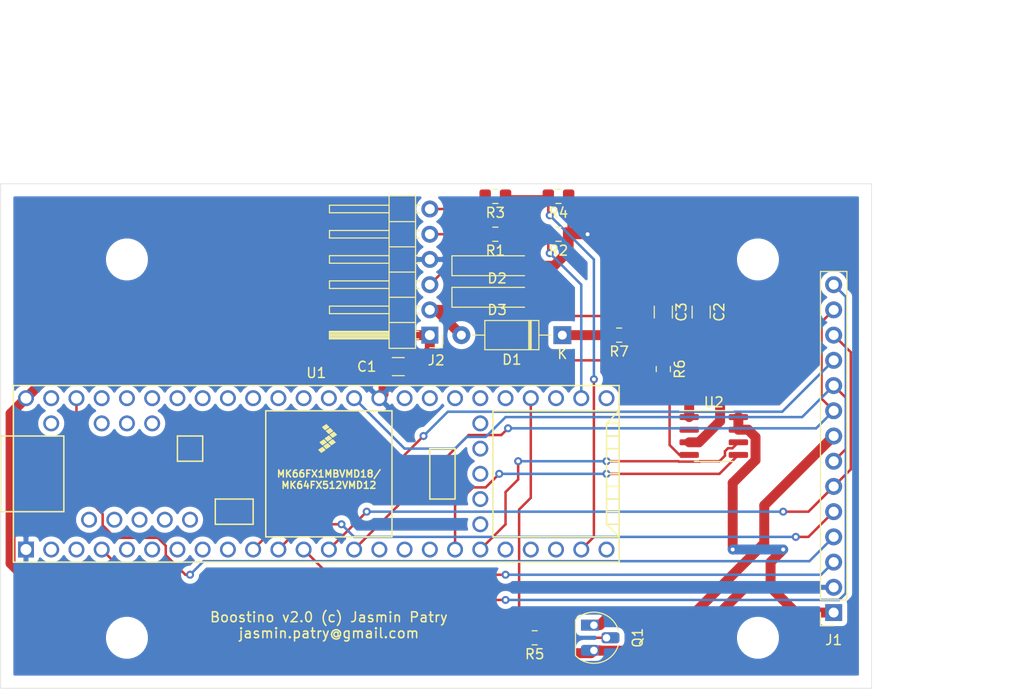
<source format=kicad_pcb>
(kicad_pcb (version 20171130) (host pcbnew "(5.1.5)-3")

  (general
    (thickness 1.6)
    (drawings 7)
    (tracks 220)
    (zones 0)
    (modules 22)
    (nets 71)
  )

  (page A4)
  (layers
    (0 F.Cu signal)
    (31 B.Cu signal)
    (32 B.Adhes user)
    (33 F.Adhes user)
    (34 B.Paste user)
    (35 F.Paste user)
    (36 B.SilkS user)
    (37 F.SilkS user)
    (38 B.Mask user)
    (39 F.Mask user)
    (40 Dwgs.User user)
    (41 Cmts.User user)
    (42 Eco1.User user)
    (43 Eco2.User user)
    (44 Edge.Cuts user)
    (45 Margin user)
    (46 B.CrtYd user)
    (47 F.CrtYd user)
    (48 B.Fab user hide)
    (49 F.Fab user hide)
  )

  (setup
    (last_trace_width 0.25)
    (trace_clearance 0.25)
    (zone_clearance 0.508)
    (zone_45_only no)
    (trace_min 0.25)
    (via_size 0.8)
    (via_drill 0.4)
    (via_min_size 0.4)
    (via_min_drill 0.3)
    (uvia_size 0.3)
    (uvia_drill 0.1)
    (uvias_allowed no)
    (uvia_min_size 0.2)
    (uvia_min_drill 0.1)
    (edge_width 0.05)
    (segment_width 0.2)
    (pcb_text_width 0.3)
    (pcb_text_size 1.5 1.5)
    (mod_edge_width 0.12)
    (mod_text_size 1 1)
    (mod_text_width 0.15)
    (pad_size 1.524 1.524)
    (pad_drill 0.762)
    (pad_to_mask_clearance 0.051)
    (solder_mask_min_width 0.25)
    (aux_axis_origin 0 0)
    (visible_elements 7FFFFFFF)
    (pcbplotparams
      (layerselection 0x010e0_ffffffff)
      (usegerberextensions false)
      (usegerberattributes false)
      (usegerberadvancedattributes false)
      (creategerberjobfile false)
      (excludeedgelayer true)
      (linewidth 0.100000)
      (plotframeref false)
      (viasonmask false)
      (mode 1)
      (useauxorigin false)
      (hpglpennumber 1)
      (hpglpenspeed 20)
      (hpglpendiameter 15.000000)
      (psnegative false)
      (psa4output false)
      (plotreference true)
      (plotvalue true)
      (plotinvisibletext false)
      (padsonsilk false)
      (subtractmaskfromsilk false)
      (outputformat 1)
      (mirror false)
      (drillshape 0)
      (scaleselection 1)
      (outputdirectory "boostino.gerber/"))
  )

  (net 0 "")
  (net 1 "Net-(Q1-Pad2)")
  (net 2 "Net-(R1-Pad1)")
  (net 3 "Net-(U1-Pad17)")
  (net 4 "Net-(U1-Pad20)")
  (net 5 "Net-(U1-Pad16)")
  (net 6 "Net-(U1-Pad15)")
  (net 7 "Net-(U1-Pad21)")
  (net 8 "Net-(U1-Pad22)")
  (net 9 "Net-(U1-Pad24)")
  (net 10 "Net-(U1-Pad25)")
  (net 11 "Net-(U1-Pad26)")
  (net 12 "Net-(U1-Pad27)")
  (net 13 "Net-(U1-Pad28)")
  (net 14 "Net-(U1-Pad29)")
  (net 15 "Net-(U1-Pad30)")
  (net 16 "Net-(U1-Pad32)")
  (net 17 "Net-(U1-Pad34)")
  (net 18 "Net-(U1-Pad35)")
  (net 19 "Net-(U1-Pad36)")
  (net 20 "Net-(U1-Pad37)")
  (net 21 "Net-(U1-Pad9)")
  (net 22 "Net-(U1-Pad8)")
  (net 23 "Net-(U1-Pad7)")
  (net 24 "Net-(U1-Pad6)")
  (net 25 "Net-(U1-Pad5)")
  (net 26 "Net-(U1-Pad3)")
  (net 27 "Net-(U1-Pad2)")
  (net 28 "Net-(U1-Pad38)")
  (net 29 "Net-(U1-Pad41)")
  (net 30 "Net-(U1-Pad42)")
  (net 31 "Net-(U1-Pad43)")
  (net 32 "Net-(U1-Pad44)")
  (net 33 "Net-(U1-Pad45)")
  (net 34 "Net-(U1-Pad46)")
  (net 35 "Net-(U1-Pad47)")
  (net 36 "Net-(U1-Pad48)")
  (net 37 "Net-(U1-Pad49)")
  (net 38 "Net-(U1-Pad50)")
  (net 39 "Net-(U1-Pad52)")
  (net 40 "Net-(U1-Pad54)")
  (net 41 "Net-(U1-Pad55)")
  (net 42 "Net-(U1-Pad56)")
  (net 43 "Net-(U1-Pad57)")
  (net 44 /VCC)
  (net 45 /GND)
  (net 46 /CS)
  (net 47 /RESET)
  (net 48 /DC)
  (net 49 /MOSI)
  (net 50 /SCK)
  (net 51 /LED)
  (net 52 /MISO)
  (net 53 /T_CS)
  (net 54 /T_IRQ)
  (net 55 "Net-(J2-Pad6)")
  (net 56 "Net-(U1-Pad58)")
  (net 57 "Net-(U1-Pad61)")
  (net 58 "Net-(U1-Pad62)")
  (net 59 "Net-(R3-Pad1)")
  (net 60 "Net-(R5-Pad2)")
  (net 61 "Net-(J2-Pad5)")
  (net 62 /K_LINE)
  (net 63 "Net-(C3-Pad2)")
  (net 64 "Net-(D1-Pad1)")
  (net 65 /VBAT)
  (net 66 /TX1)
  (net 67 /RX1)
  (net 68 "Net-(U1-Pad59)")
  (net 69 "Net-(U1-Pad60)")
  (net 70 "Net-(U2-Pad2)")

  (net_class Default "This is the default net class."
    (clearance 0.25)
    (trace_width 0.25)
    (via_dia 0.8)
    (via_drill 0.4)
    (uvia_dia 0.3)
    (uvia_drill 0.1)
    (diff_pair_width 0.25)
    (diff_pair_gap 0.25)
    (add_net /CS)
    (add_net /DC)
    (add_net /K_LINE)
    (add_net /MISO)
    (add_net /MOSI)
    (add_net /RESET)
    (add_net /RX1)
    (add_net /SCK)
    (add_net /TX1)
    (add_net /T_CS)
    (add_net /T_IRQ)
    (add_net "Net-(J2-Pad5)")
    (add_net "Net-(J2-Pad6)")
    (add_net "Net-(Q1-Pad2)")
    (add_net "Net-(R1-Pad1)")
    (add_net "Net-(R3-Pad1)")
    (add_net "Net-(R5-Pad2)")
    (add_net "Net-(U1-Pad15)")
    (add_net "Net-(U1-Pad16)")
    (add_net "Net-(U1-Pad17)")
    (add_net "Net-(U1-Pad2)")
    (add_net "Net-(U1-Pad20)")
    (add_net "Net-(U1-Pad21)")
    (add_net "Net-(U1-Pad22)")
    (add_net "Net-(U1-Pad24)")
    (add_net "Net-(U1-Pad25)")
    (add_net "Net-(U1-Pad26)")
    (add_net "Net-(U1-Pad27)")
    (add_net "Net-(U1-Pad28)")
    (add_net "Net-(U1-Pad29)")
    (add_net "Net-(U1-Pad3)")
    (add_net "Net-(U1-Pad30)")
    (add_net "Net-(U1-Pad32)")
    (add_net "Net-(U1-Pad34)")
    (add_net "Net-(U1-Pad35)")
    (add_net "Net-(U1-Pad36)")
    (add_net "Net-(U1-Pad37)")
    (add_net "Net-(U1-Pad38)")
    (add_net "Net-(U1-Pad41)")
    (add_net "Net-(U1-Pad42)")
    (add_net "Net-(U1-Pad43)")
    (add_net "Net-(U1-Pad44)")
    (add_net "Net-(U1-Pad45)")
    (add_net "Net-(U1-Pad46)")
    (add_net "Net-(U1-Pad47)")
    (add_net "Net-(U1-Pad48)")
    (add_net "Net-(U1-Pad49)")
    (add_net "Net-(U1-Pad5)")
    (add_net "Net-(U1-Pad50)")
    (add_net "Net-(U1-Pad52)")
    (add_net "Net-(U1-Pad54)")
    (add_net "Net-(U1-Pad55)")
    (add_net "Net-(U1-Pad56)")
    (add_net "Net-(U1-Pad57)")
    (add_net "Net-(U1-Pad58)")
    (add_net "Net-(U1-Pad59)")
    (add_net "Net-(U1-Pad6)")
    (add_net "Net-(U1-Pad60)")
    (add_net "Net-(U1-Pad61)")
    (add_net "Net-(U1-Pad62)")
    (add_net "Net-(U1-Pad7)")
    (add_net "Net-(U1-Pad8)")
    (add_net "Net-(U1-Pad9)")
    (add_net "Net-(U2-Pad2)")
  )

  (net_class Power ""
    (clearance 0.25)
    (trace_width 1)
    (via_dia 0.8)
    (via_drill 0.4)
    (uvia_dia 0.3)
    (uvia_drill 0.1)
    (diff_pair_width 0.25)
    (diff_pair_gap 0.25)
    (add_net /GND)
    (add_net /LED)
    (add_net /VBAT)
    (add_net /VCC)
    (add_net "Net-(C3-Pad2)")
    (add_net "Net-(D1-Pad1)")
  )

  (module Connector_PinHeader_2.54mm:PinHeader_1x06_P2.54mm_Horizontal (layer F.Cu) (tedit 59FED5CB) (tstamp 5E3712ED)
    (at 152.4 97.79 180)
    (descr "Through hole angled pin header, 1x06, 2.54mm pitch, 6mm pin length, single row")
    (tags "Through hole angled pin header THT 1x06 2.54mm single row")
    (path /5E37C370)
    (fp_text reference J2 (at -0.635 -2.54) (layer F.SilkS)
      (effects (font (size 1 1) (thickness 0.15)))
    )
    (fp_text value Conn_01x04_Male (at 4.385 14.97) (layer F.Fab)
      (effects (font (size 1 1) (thickness 0.15)))
    )
    (fp_line (start 2.135 -1.27) (end 4.04 -1.27) (layer F.Fab) (width 0.1))
    (fp_line (start 4.04 -1.27) (end 4.04 13.97) (layer F.Fab) (width 0.1))
    (fp_line (start 4.04 13.97) (end 1.5 13.97) (layer F.Fab) (width 0.1))
    (fp_line (start 1.5 13.97) (end 1.5 -0.635) (layer F.Fab) (width 0.1))
    (fp_line (start 1.5 -0.635) (end 2.135 -1.27) (layer F.Fab) (width 0.1))
    (fp_line (start -0.32 -0.32) (end 1.5 -0.32) (layer F.Fab) (width 0.1))
    (fp_line (start -0.32 -0.32) (end -0.32 0.32) (layer F.Fab) (width 0.1))
    (fp_line (start -0.32 0.32) (end 1.5 0.32) (layer F.Fab) (width 0.1))
    (fp_line (start 4.04 -0.32) (end 10.04 -0.32) (layer F.Fab) (width 0.1))
    (fp_line (start 10.04 -0.32) (end 10.04 0.32) (layer F.Fab) (width 0.1))
    (fp_line (start 4.04 0.32) (end 10.04 0.32) (layer F.Fab) (width 0.1))
    (fp_line (start -0.32 2.22) (end 1.5 2.22) (layer F.Fab) (width 0.1))
    (fp_line (start -0.32 2.22) (end -0.32 2.86) (layer F.Fab) (width 0.1))
    (fp_line (start -0.32 2.86) (end 1.5 2.86) (layer F.Fab) (width 0.1))
    (fp_line (start 4.04 2.22) (end 10.04 2.22) (layer F.Fab) (width 0.1))
    (fp_line (start 10.04 2.22) (end 10.04 2.86) (layer F.Fab) (width 0.1))
    (fp_line (start 4.04 2.86) (end 10.04 2.86) (layer F.Fab) (width 0.1))
    (fp_line (start -0.32 4.76) (end 1.5 4.76) (layer F.Fab) (width 0.1))
    (fp_line (start -0.32 4.76) (end -0.32 5.4) (layer F.Fab) (width 0.1))
    (fp_line (start -0.32 5.4) (end 1.5 5.4) (layer F.Fab) (width 0.1))
    (fp_line (start 4.04 4.76) (end 10.04 4.76) (layer F.Fab) (width 0.1))
    (fp_line (start 10.04 4.76) (end 10.04 5.4) (layer F.Fab) (width 0.1))
    (fp_line (start 4.04 5.4) (end 10.04 5.4) (layer F.Fab) (width 0.1))
    (fp_line (start -0.32 7.3) (end 1.5 7.3) (layer F.Fab) (width 0.1))
    (fp_line (start -0.32 7.3) (end -0.32 7.94) (layer F.Fab) (width 0.1))
    (fp_line (start -0.32 7.94) (end 1.5 7.94) (layer F.Fab) (width 0.1))
    (fp_line (start 4.04 7.3) (end 10.04 7.3) (layer F.Fab) (width 0.1))
    (fp_line (start 10.04 7.3) (end 10.04 7.94) (layer F.Fab) (width 0.1))
    (fp_line (start 4.04 7.94) (end 10.04 7.94) (layer F.Fab) (width 0.1))
    (fp_line (start -0.32 9.84) (end 1.5 9.84) (layer F.Fab) (width 0.1))
    (fp_line (start -0.32 9.84) (end -0.32 10.48) (layer F.Fab) (width 0.1))
    (fp_line (start -0.32 10.48) (end 1.5 10.48) (layer F.Fab) (width 0.1))
    (fp_line (start 4.04 9.84) (end 10.04 9.84) (layer F.Fab) (width 0.1))
    (fp_line (start 10.04 9.84) (end 10.04 10.48) (layer F.Fab) (width 0.1))
    (fp_line (start 4.04 10.48) (end 10.04 10.48) (layer F.Fab) (width 0.1))
    (fp_line (start -0.32 12.38) (end 1.5 12.38) (layer F.Fab) (width 0.1))
    (fp_line (start -0.32 12.38) (end -0.32 13.02) (layer F.Fab) (width 0.1))
    (fp_line (start -0.32 13.02) (end 1.5 13.02) (layer F.Fab) (width 0.1))
    (fp_line (start 4.04 12.38) (end 10.04 12.38) (layer F.Fab) (width 0.1))
    (fp_line (start 10.04 12.38) (end 10.04 13.02) (layer F.Fab) (width 0.1))
    (fp_line (start 4.04 13.02) (end 10.04 13.02) (layer F.Fab) (width 0.1))
    (fp_line (start 1.44 -1.33) (end 1.44 14.03) (layer F.SilkS) (width 0.12))
    (fp_line (start 1.44 14.03) (end 4.1 14.03) (layer F.SilkS) (width 0.12))
    (fp_line (start 4.1 14.03) (end 4.1 -1.33) (layer F.SilkS) (width 0.12))
    (fp_line (start 4.1 -1.33) (end 1.44 -1.33) (layer F.SilkS) (width 0.12))
    (fp_line (start 4.1 -0.38) (end 10.1 -0.38) (layer F.SilkS) (width 0.12))
    (fp_line (start 10.1 -0.38) (end 10.1 0.38) (layer F.SilkS) (width 0.12))
    (fp_line (start 10.1 0.38) (end 4.1 0.38) (layer F.SilkS) (width 0.12))
    (fp_line (start 4.1 -0.32) (end 10.1 -0.32) (layer F.SilkS) (width 0.12))
    (fp_line (start 4.1 -0.2) (end 10.1 -0.2) (layer F.SilkS) (width 0.12))
    (fp_line (start 4.1 -0.08) (end 10.1 -0.08) (layer F.SilkS) (width 0.12))
    (fp_line (start 4.1 0.04) (end 10.1 0.04) (layer F.SilkS) (width 0.12))
    (fp_line (start 4.1 0.16) (end 10.1 0.16) (layer F.SilkS) (width 0.12))
    (fp_line (start 4.1 0.28) (end 10.1 0.28) (layer F.SilkS) (width 0.12))
    (fp_line (start 1.11 -0.38) (end 1.44 -0.38) (layer F.SilkS) (width 0.12))
    (fp_line (start 1.11 0.38) (end 1.44 0.38) (layer F.SilkS) (width 0.12))
    (fp_line (start 1.44 1.27) (end 4.1 1.27) (layer F.SilkS) (width 0.12))
    (fp_line (start 4.1 2.16) (end 10.1 2.16) (layer F.SilkS) (width 0.12))
    (fp_line (start 10.1 2.16) (end 10.1 2.92) (layer F.SilkS) (width 0.12))
    (fp_line (start 10.1 2.92) (end 4.1 2.92) (layer F.SilkS) (width 0.12))
    (fp_line (start 1.042929 2.16) (end 1.44 2.16) (layer F.SilkS) (width 0.12))
    (fp_line (start 1.042929 2.92) (end 1.44 2.92) (layer F.SilkS) (width 0.12))
    (fp_line (start 1.44 3.81) (end 4.1 3.81) (layer F.SilkS) (width 0.12))
    (fp_line (start 4.1 4.7) (end 10.1 4.7) (layer F.SilkS) (width 0.12))
    (fp_line (start 10.1 4.7) (end 10.1 5.46) (layer F.SilkS) (width 0.12))
    (fp_line (start 10.1 5.46) (end 4.1 5.46) (layer F.SilkS) (width 0.12))
    (fp_line (start 1.042929 4.7) (end 1.44 4.7) (layer F.SilkS) (width 0.12))
    (fp_line (start 1.042929 5.46) (end 1.44 5.46) (layer F.SilkS) (width 0.12))
    (fp_line (start 1.44 6.35) (end 4.1 6.35) (layer F.SilkS) (width 0.12))
    (fp_line (start 4.1 7.24) (end 10.1 7.24) (layer F.SilkS) (width 0.12))
    (fp_line (start 10.1 7.24) (end 10.1 8) (layer F.SilkS) (width 0.12))
    (fp_line (start 10.1 8) (end 4.1 8) (layer F.SilkS) (width 0.12))
    (fp_line (start 1.042929 7.24) (end 1.44 7.24) (layer F.SilkS) (width 0.12))
    (fp_line (start 1.042929 8) (end 1.44 8) (layer F.SilkS) (width 0.12))
    (fp_line (start 1.44 8.89) (end 4.1 8.89) (layer F.SilkS) (width 0.12))
    (fp_line (start 4.1 9.78) (end 10.1 9.78) (layer F.SilkS) (width 0.12))
    (fp_line (start 10.1 9.78) (end 10.1 10.54) (layer F.SilkS) (width 0.12))
    (fp_line (start 10.1 10.54) (end 4.1 10.54) (layer F.SilkS) (width 0.12))
    (fp_line (start 1.042929 9.78) (end 1.44 9.78) (layer F.SilkS) (width 0.12))
    (fp_line (start 1.042929 10.54) (end 1.44 10.54) (layer F.SilkS) (width 0.12))
    (fp_line (start 1.44 11.43) (end 4.1 11.43) (layer F.SilkS) (width 0.12))
    (fp_line (start 4.1 12.32) (end 10.1 12.32) (layer F.SilkS) (width 0.12))
    (fp_line (start 10.1 12.32) (end 10.1 13.08) (layer F.SilkS) (width 0.12))
    (fp_line (start 10.1 13.08) (end 4.1 13.08) (layer F.SilkS) (width 0.12))
    (fp_line (start 1.042929 12.32) (end 1.44 12.32) (layer F.SilkS) (width 0.12))
    (fp_line (start 1.042929 13.08) (end 1.44 13.08) (layer F.SilkS) (width 0.12))
    (fp_line (start -1.27 0) (end -1.27 -1.27) (layer F.SilkS) (width 0.12))
    (fp_line (start -1.27 -1.27) (end 0 -1.27) (layer F.SilkS) (width 0.12))
    (fp_line (start -1.8 -1.8) (end -1.8 14.5) (layer F.CrtYd) (width 0.05))
    (fp_line (start -1.8 14.5) (end 10.55 14.5) (layer F.CrtYd) (width 0.05))
    (fp_line (start 10.55 14.5) (end 10.55 -1.8) (layer F.CrtYd) (width 0.05))
    (fp_line (start 10.55 -1.8) (end -1.8 -1.8) (layer F.CrtYd) (width 0.05))
    (fp_text user %R (at 2.77 6.35 90) (layer F.Fab)
      (effects (font (size 1 1) (thickness 0.15)))
    )
    (pad 1 thru_hole rect (at 0 0 180) (size 1.7 1.7) (drill 1) (layers *.Cu *.Mask)
      (net 44 /VCC))
    (pad 2 thru_hole oval (at 0 2.54 180) (size 1.7 1.7) (drill 1) (layers *.Cu *.Mask)
      (net 65 /VBAT))
    (pad 3 thru_hole oval (at 0 5.08 180) (size 1.7 1.7) (drill 1) (layers *.Cu *.Mask)
      (net 62 /K_LINE))
    (pad 4 thru_hole oval (at 0 7.62 180) (size 1.7 1.7) (drill 1) (layers *.Cu *.Mask)
      (net 45 /GND))
    (pad 5 thru_hole oval (at 0 10.16 180) (size 1.7 1.7) (drill 1) (layers *.Cu *.Mask)
      (net 61 "Net-(J2-Pad5)"))
    (pad 6 thru_hole oval (at 0 12.7 180) (size 1.7 1.7) (drill 1) (layers *.Cu *.Mask)
      (net 55 "Net-(J2-Pad6)"))
    (model ${KISYS3DMOD}/Connector_PinHeader_2.54mm.3dshapes/PinHeader_1x06_P2.54mm_Horizontal.wrl
      (at (xyz 0 0 0))
      (scale (xyz 1 1 1))
      (rotate (xyz 0 0 0))
    )
  )

  (module Teensy:Teensy35_36 (layer F.Cu) (tedit 5D52142A) (tstamp 5E36F5A5)
    (at 140.97 111.76)
    (path /5E36506E)
    (fp_text reference U1 (at 0 -10.16) (layer F.SilkS)
      (effects (font (size 1 1) (thickness 0.15)))
    )
    (fp_text value Teensy3.6 (at 0 10.16) (layer F.Fab)
      (effects (font (size 1 1) (thickness 0.15)))
    )
    (fp_line (start -13.97 -3.81) (end -13.97 -1.27) (layer F.SilkS) (width 0.15))
    (fp_line (start -13.97 -1.27) (end -11.43 -1.27) (layer F.SilkS) (width 0.15))
    (fp_line (start -11.43 -1.27) (end -11.43 -3.81) (layer F.SilkS) (width 0.15))
    (fp_line (start -11.43 -3.81) (end -13.97 -3.81) (layer F.SilkS) (width 0.15))
    (fp_line (start -6.35 5.08) (end -10.16 5.08) (layer F.SilkS) (width 0.15))
    (fp_line (start -10.16 5.08) (end -10.16 2.54) (layer F.SilkS) (width 0.15))
    (fp_line (start -10.16 2.54) (end -6.35 2.54) (layer F.SilkS) (width 0.15))
    (fp_line (start -6.35 2.54) (end -6.35 5.08) (layer F.SilkS) (width 0.15))
    (fp_line (start 7.62 6.35) (end 7.62 -6.35) (layer F.SilkS) (width 0.15))
    (fp_line (start -5.08 -6.35) (end -5.08 6.35) (layer F.SilkS) (width 0.15))
    (fp_line (start -5.08 6.35) (end 7.62 6.35) (layer F.SilkS) (width 0.15))
    (fp_line (start -5.08 -6.35) (end 7.62 -6.35) (layer F.SilkS) (width 0.15))
    (fp_line (start 29.21 5.08) (end 30.48 5.08) (layer F.SilkS) (width 0.15))
    (fp_line (start 29.21 3.81) (end 30.48 3.81) (layer F.SilkS) (width 0.15))
    (fp_line (start 29.21 2.54) (end 30.48 2.54) (layer F.SilkS) (width 0.15))
    (fp_line (start 29.21 1.27) (end 30.48 1.27) (layer F.SilkS) (width 0.15))
    (fp_line (start 29.21 0) (end 30.48 0) (layer F.SilkS) (width 0.15))
    (fp_line (start 29.21 -1.27) (end 30.48 -1.27) (layer F.SilkS) (width 0.15))
    (fp_line (start 29.21 -2.54) (end 30.48 -2.54) (layer F.SilkS) (width 0.15))
    (fp_line (start 29.21 -3.81) (end 30.48 -3.81) (layer F.SilkS) (width 0.15))
    (fp_line (start 29.21 -5.08) (end 30.48 -5.08) (layer F.SilkS) (width 0.15))
    (fp_line (start 30.48 6.35) (end 29.21 5.08) (layer F.SilkS) (width 0.15))
    (fp_line (start 29.21 5.08) (end 29.21 -5.08) (layer F.SilkS) (width 0.15))
    (fp_line (start 29.21 -5.08) (end 30.48 -6.35) (layer F.SilkS) (width 0.15))
    (fp_line (start 30.48 -6.35) (end 17.78 -6.35) (layer F.SilkS) (width 0.15))
    (fp_line (start 17.78 -6.35) (end 17.78 6.35) (layer F.SilkS) (width 0.15))
    (fp_line (start 17.78 6.35) (end 30.48 6.35) (layer F.SilkS) (width 0.15))
    (fp_line (start 30.48 -8.89) (end -30.48 -8.89) (layer F.SilkS) (width 0.15))
    (fp_line (start -30.48 8.89) (end 30.48 8.89) (layer F.SilkS) (width 0.15))
    (fp_line (start -30.48 3.81) (end -31.75 3.81) (layer F.SilkS) (width 0.15))
    (fp_line (start -31.75 3.81) (end -31.75 -3.81) (layer F.SilkS) (width 0.15))
    (fp_line (start -31.75 -3.81) (end -30.48 -3.81) (layer F.SilkS) (width 0.15))
    (fp_line (start -25.4 3.81) (end -25.4 -3.81) (layer F.SilkS) (width 0.15))
    (fp_line (start -25.4 -3.81) (end -30.48 -3.81) (layer F.SilkS) (width 0.15))
    (fp_line (start -25.4 3.81) (end -30.48 3.81) (layer F.SilkS) (width 0.15))
    (fp_line (start 13.97 -2.54) (end 13.97 2.54) (layer F.SilkS) (width 0.15))
    (fp_line (start 13.97 2.54) (end 11.43 2.54) (layer F.SilkS) (width 0.15))
    (fp_line (start 11.43 2.54) (end 11.43 -2.54) (layer F.SilkS) (width 0.15))
    (fp_line (start 11.43 -2.54) (end 13.97 -2.54) (layer F.SilkS) (width 0.15))
    (fp_line (start 30.48 -8.89) (end 30.48 8.89) (layer F.SilkS) (width 0.15))
    (fp_line (start -30.48 8.89) (end -30.48 -8.89) (layer F.SilkS) (width 0.15))
    (fp_poly (pts (xy 1.016 -4.953) (xy 1.27 -4.699) (xy 0.889 -4.445) (xy 0.635 -4.699)) (layer F.SilkS) (width 0.1))
    (fp_poly (pts (xy 0.762 -3.429) (xy 1.016 -3.175) (xy 0.635 -2.921) (xy 0.381 -3.175)) (layer F.SilkS) (width 0.1))
    (fp_poly (pts (xy 0.635 -2.667) (xy 0.889 -2.413) (xy 0.508 -2.159) (xy 0.254 -2.413)) (layer F.SilkS) (width 0.1))
    (fp_poly (pts (xy 1.778 -4.191) (xy 2.032 -3.937) (xy 1.651 -3.683) (xy 1.397 -3.937)) (layer F.SilkS) (width 0.1))
    (fp_poly (pts (xy 1.143 -3.048) (xy 1.397 -2.794) (xy 1.016 -2.54) (xy 0.762 -2.794)) (layer F.SilkS) (width 0.1))
    (fp_poly (pts (xy 1.651 -3.429) (xy 1.905 -3.175) (xy 1.524 -2.921) (xy 1.27 -3.175)) (layer F.SilkS) (width 0.1))
    (fp_poly (pts (xy 1.397 -4.572) (xy 1.651 -4.318) (xy 1.27 -4.064) (xy 1.016 -4.318)) (layer F.SilkS) (width 0.1))
    (fp_poly (pts (xy 1.27 -3.81) (xy 1.524 -3.556) (xy 1.143 -3.302) (xy 0.889 -3.556)) (layer F.SilkS) (width 0.1))
    (fp_text user MK66FX1MBVMD18/ (at 1.27 0) (layer F.SilkS)
      (effects (font (size 0.7 0.7) (thickness 0.15)))
    )
    (fp_text user MK64FX512VMD12 (at 1.27 1.143) (layer F.SilkS)
      (effects (font (size 0.7 0.7) (thickness 0.15)))
    )
    (pad 17 thru_hole circle (at 11.43 7.62) (size 1.6 1.6) (drill 1.1) (layers *.Cu *.Mask)
      (net 3 "Net-(U1-Pad17)"))
    (pad 18 thru_hole circle (at 13.97 7.62) (size 1.6 1.6) (drill 1.1) (layers *.Cu *.Mask)
      (net 66 /TX1))
    (pad 19 thru_hole circle (at 16.51 7.62) (size 1.6 1.6) (drill 1.1) (layers *.Cu *.Mask)
      (net 67 /RX1))
    (pad 20 thru_hole circle (at 19.05 7.62) (size 1.6 1.6) (drill 1.1) (layers *.Cu *.Mask)
      (net 4 "Net-(U1-Pad20)"))
    (pad 16 thru_hole circle (at 8.89 7.62) (size 1.6 1.6) (drill 1.1) (layers *.Cu *.Mask)
      (net 5 "Net-(U1-Pad16)"))
    (pad 15 thru_hole circle (at 6.35 7.62) (size 1.6 1.6) (drill 1.1) (layers *.Cu *.Mask)
      (net 6 "Net-(U1-Pad15)"))
    (pad 14 thru_hole circle (at 3.81 7.62) (size 1.6 1.6) (drill 1.1) (layers *.Cu *.Mask)
      (net 52 /MISO))
    (pad 21 thru_hole circle (at 21.59 7.62) (size 1.6 1.6) (drill 1.1) (layers *.Cu *.Mask)
      (net 7 "Net-(U1-Pad21)"))
    (pad 22 thru_hole circle (at 24.13 7.62) (size 1.6 1.6) (drill 1.1) (layers *.Cu *.Mask)
      (net 8 "Net-(U1-Pad22)"))
    (pad 23 thru_hole circle (at 26.67 7.62) (size 1.6 1.6) (drill 1.1) (layers *.Cu *.Mask)
      (net 59 "Net-(R3-Pad1)"))
    (pad 24 thru_hole circle (at 29.21 7.62) (size 1.6 1.6) (drill 1.1) (layers *.Cu *.Mask)
      (net 9 "Net-(U1-Pad24)"))
    (pad 25 thru_hole circle (at 16.51 5.08) (size 1.6 1.6) (drill 1.1) (layers *.Cu *.Mask)
      (net 10 "Net-(U1-Pad25)"))
    (pad 26 thru_hole circle (at 16.51 2.54) (size 1.6 1.6) (drill 1.1) (layers *.Cu *.Mask)
      (net 11 "Net-(U1-Pad26)"))
    (pad 27 thru_hole circle (at 16.51 0) (size 1.6 1.6) (drill 1.1) (layers *.Cu *.Mask)
      (net 12 "Net-(U1-Pad27)"))
    (pad 28 thru_hole circle (at 16.51 -2.54) (size 1.6 1.6) (drill 1.1) (layers *.Cu *.Mask)
      (net 13 "Net-(U1-Pad28)"))
    (pad 29 thru_hole circle (at 16.51 -5.08) (size 1.6 1.6) (drill 1.1) (layers *.Cu *.Mask)
      (net 14 "Net-(U1-Pad29)"))
    (pad 30 thru_hole circle (at 29.21 -7.62) (size 1.6 1.6) (drill 1.1) (layers *.Cu *.Mask)
      (net 15 "Net-(U1-Pad30)"))
    (pad 31 thru_hole circle (at 26.67 -7.62) (size 1.6 1.6) (drill 1.1) (layers *.Cu *.Mask)
      (net 2 "Net-(R1-Pad1)"))
    (pad 32 thru_hole circle (at 24.13 -7.62) (size 1.6 1.6) (drill 1.1) (layers *.Cu *.Mask)
      (net 16 "Net-(U1-Pad32)"))
    (pad 33 thru_hole circle (at 21.59 -7.62) (size 1.6 1.6) (drill 1.1) (layers *.Cu *.Mask)
      (net 60 "Net-(R5-Pad2)"))
    (pad 34 thru_hole circle (at 19.05 -7.62) (size 1.6 1.6) (drill 1.1) (layers *.Cu *.Mask)
      (net 17 "Net-(U1-Pad34)"))
    (pad 35 thru_hole circle (at 16.51 -7.62) (size 1.6 1.6) (drill 1.1) (layers *.Cu *.Mask)
      (net 18 "Net-(U1-Pad35)"))
    (pad 36 thru_hole circle (at 13.97 -7.62) (size 1.6 1.6) (drill 1.1) (layers *.Cu *.Mask)
      (net 19 "Net-(U1-Pad36)"))
    (pad 37 thru_hole circle (at 11.43 -7.62) (size 1.6 1.6) (drill 1.1) (layers *.Cu *.Mask)
      (net 20 "Net-(U1-Pad37)"))
    (pad 13 thru_hole circle (at 1.27 7.62) (size 1.6 1.6) (drill 1.1) (layers *.Cu *.Mask)
      (net 49 /MOSI))
    (pad 12 thru_hole circle (at -1.27 7.62) (size 1.6 1.6) (drill 1.1) (layers *.Cu *.Mask)
      (net 46 /CS))
    (pad 11 thru_hole circle (at -3.81 7.62) (size 1.6 1.6) (drill 1.1) (layers *.Cu *.Mask)
      (net 48 /DC))
    (pad 10 thru_hole circle (at -6.35 7.62) (size 1.6 1.6) (drill 1.1) (layers *.Cu *.Mask)
      (net 53 /T_CS))
    (pad 9 thru_hole circle (at -8.89 7.62) (size 1.6 1.6) (drill 1.1) (layers *.Cu *.Mask)
      (net 21 "Net-(U1-Pad9)"))
    (pad 8 thru_hole circle (at -11.43 7.62) (size 1.6 1.6) (drill 1.1) (layers *.Cu *.Mask)
      (net 22 "Net-(U1-Pad8)"))
    (pad 7 thru_hole circle (at -13.97 7.62) (size 1.6 1.6) (drill 1.1) (layers *.Cu *.Mask)
      (net 23 "Net-(U1-Pad7)"))
    (pad 6 thru_hole circle (at -16.51 7.62) (size 1.6 1.6) (drill 1.1) (layers *.Cu *.Mask)
      (net 24 "Net-(U1-Pad6)"))
    (pad 5 thru_hole circle (at -19.05 7.62) (size 1.6 1.6) (drill 1.1) (layers *.Cu *.Mask)
      (net 25 "Net-(U1-Pad5)"))
    (pad 4 thru_hole circle (at -21.59 7.62) (size 1.6 1.6) (drill 1.1) (layers *.Cu *.Mask)
      (net 54 /T_IRQ))
    (pad 3 thru_hole circle (at -24.13 7.62) (size 1.6 1.6) (drill 1.1) (layers *.Cu *.Mask)
      (net 26 "Net-(U1-Pad3)"))
    (pad 2 thru_hole circle (at -26.67 7.62) (size 1.6 1.6) (drill 1.1) (layers *.Cu *.Mask)
      (net 27 "Net-(U1-Pad2)"))
    (pad 1 thru_hole rect (at -29.21 7.62) (size 1.6 1.6) (drill 1.1) (layers *.Cu *.Mask)
      (net 45 /GND))
    (pad 38 thru_hole circle (at 8.89 -7.62) (size 1.6 1.6) (drill 1.1) (layers *.Cu *.Mask)
      (net 28 "Net-(U1-Pad38)"))
    (pad 39 thru_hole circle (at 6.35 -7.62) (size 1.6 1.6) (drill 1.1) (layers *.Cu *.Mask)
      (net 45 /GND))
    (pad 40 thru_hole circle (at 3.81 -7.62) (size 1.6 1.6) (drill 1.1) (layers *.Cu *.Mask)
      (net 50 /SCK))
    (pad 41 thru_hole circle (at 1.27 -7.62) (size 1.6 1.6) (drill 1.1) (layers *.Cu *.Mask)
      (net 29 "Net-(U1-Pad41)"))
    (pad 42 thru_hole circle (at -1.27 -7.62) (size 1.6 1.6) (drill 1.1) (layers *.Cu *.Mask)
      (net 30 "Net-(U1-Pad42)"))
    (pad 43 thru_hole circle (at -3.81 -7.62) (size 1.6 1.6) (drill 1.1) (layers *.Cu *.Mask)
      (net 31 "Net-(U1-Pad43)"))
    (pad 44 thru_hole circle (at -6.35 -7.62) (size 1.6 1.6) (drill 1.1) (layers *.Cu *.Mask)
      (net 32 "Net-(U1-Pad44)"))
    (pad 45 thru_hole circle (at -8.89 -7.62) (size 1.6 1.6) (drill 1.1) (layers *.Cu *.Mask)
      (net 33 "Net-(U1-Pad45)"))
    (pad 46 thru_hole circle (at -11.43 -7.62) (size 1.6 1.6) (drill 1.1) (layers *.Cu *.Mask)
      (net 34 "Net-(U1-Pad46)"))
    (pad 47 thru_hole circle (at -13.97 -7.62) (size 1.6 1.6) (drill 1.1) (layers *.Cu *.Mask)
      (net 35 "Net-(U1-Pad47)"))
    (pad 48 thru_hole circle (at -16.51 -7.62) (size 1.6 1.6) (drill 1.1) (layers *.Cu *.Mask)
      (net 36 "Net-(U1-Pad48)"))
    (pad 49 thru_hole circle (at -19.05 -7.62) (size 1.6 1.6) (drill 1.1) (layers *.Cu *.Mask)
      (net 37 "Net-(U1-Pad49)"))
    (pad 50 thru_hole circle (at -21.59 -7.62) (size 1.6 1.6) (drill 1.1) (layers *.Cu *.Mask)
      (net 38 "Net-(U1-Pad50)"))
    (pad 51 thru_hole circle (at -24.13 -7.62) (size 1.6 1.6) (drill 1.1) (layers *.Cu *.Mask)
      (net 47 /RESET))
    (pad 52 thru_hole circle (at -26.67 -7.62) (size 1.6 1.6) (drill 1.1) (layers *.Cu *.Mask)
      (net 39 "Net-(U1-Pad52)"))
    (pad 53 thru_hole circle (at -29.21 -7.62) (size 1.6 1.6) (drill 1.1) (layers *.Cu *.Mask)
      (net 44 /VCC))
    (pad 54 thru_hole circle (at -26.67 -5.08) (size 1.6 1.6) (drill 1.1) (layers *.Cu *.Mask)
      (net 40 "Net-(U1-Pad54)"))
    (pad 55 thru_hole circle (at -21.59 -5.08) (size 1.6 1.6) (drill 1.1) (layers *.Cu *.Mask)
      (net 41 "Net-(U1-Pad55)"))
    (pad 56 thru_hole circle (at -19.05 -5.08) (size 1.6 1.6) (drill 1.1) (layers *.Cu *.Mask)
      (net 42 "Net-(U1-Pad56)"))
    (pad 57 thru_hole circle (at -16.51 -5.08) (size 1.6 1.6) (drill 1.1) (layers *.Cu *.Mask)
      (net 43 "Net-(U1-Pad57)"))
    (pad 58 thru_hole circle (at -22.86 4.62) (size 1.6 1.6) (drill 1.1) (layers *.Cu *.Mask)
      (net 56 "Net-(U1-Pad58)"))
    (pad 59 thru_hole circle (at -20.32 4.62) (size 1.6 1.6) (drill 1.1) (layers *.Cu *.Mask)
      (net 68 "Net-(U1-Pad59)"))
    (pad 60 thru_hole circle (at -17.78 4.62) (size 1.6 1.6) (drill 1.1) (layers *.Cu *.Mask)
      (net 69 "Net-(U1-Pad60)"))
    (pad 61 thru_hole circle (at -15.24 4.62) (size 1.6 1.6) (drill 1.1) (layers *.Cu *.Mask)
      (net 57 "Net-(U1-Pad61)"))
    (pad 62 thru_hole circle (at -12.7 4.62) (size 1.6 1.6) (drill 1.1) (layers *.Cu *.Mask)
      (net 58 "Net-(U1-Pad62)"))
  )

  (module Package_TO_SOT_THT:TO-92_HandSolder (layer F.Cu) (tedit 5A282C46) (tstamp 5E36F4BD)
    (at 168.91 127 270)
    (descr "TO-92 leads molded, narrow, drill 0.75mm, handsoldering variant with enlarged pads (see NXP sot054_po.pdf)")
    (tags "to-92 sc-43 sc-43a sot54 PA33 transistor")
    (path /5E39363C)
    (fp_text reference Q1 (at 1.27 -4.4 90) (layer F.SilkS)
      (effects (font (size 1 1) (thickness 0.15)))
    )
    (fp_text value 2N3904 (at 1.27 2.79 90) (layer F.Fab)
      (effects (font (size 1 1) (thickness 0.15)))
    )
    (fp_arc (start 1.27 0) (end 2.05 -2.45) (angle 117.6433766) (layer F.SilkS) (width 0.12))
    (fp_arc (start 1.27 0) (end 1.27 -2.48) (angle -135) (layer F.Fab) (width 0.1))
    (fp_arc (start 1.27 0) (end 0.45 -2.45) (angle -116.9632683) (layer F.SilkS) (width 0.12))
    (fp_arc (start 1.27 0) (end 1.27 -2.48) (angle 135) (layer F.Fab) (width 0.1))
    (fp_line (start 4 2.01) (end -1.46 2.01) (layer F.CrtYd) (width 0.05))
    (fp_line (start 4 2.01) (end 4 -3.05) (layer F.CrtYd) (width 0.05))
    (fp_line (start -1.45 -3.05) (end -1.46 2.01) (layer F.CrtYd) (width 0.05))
    (fp_line (start -1.46 -3.05) (end 4 -3.05) (layer F.CrtYd) (width 0.05))
    (fp_line (start -0.5 1.75) (end 3 1.75) (layer F.Fab) (width 0.1))
    (fp_line (start -0.53 1.85) (end 3.07 1.85) (layer F.SilkS) (width 0.12))
    (fp_text user %R (at 1.27 -4.4 90) (layer F.Fab)
      (effects (font (size 1 1) (thickness 0.15)))
    )
    (pad 1 thru_hole rect (at 0 0 270) (size 1.1 1.8) (drill 0.75 (offset 0 0.4)) (layers *.Cu *.Mask)
      (net 51 /LED))
    (pad 3 thru_hole roundrect (at 2.54 0 270) (size 1.1 1.8) (drill 0.75 (offset 0 0.4)) (layers *.Cu *.Mask) (roundrect_rratio 0.25)
      (net 44 /VCC))
    (pad 2 thru_hole roundrect (at 1.27 -1.27 270) (size 1.1 1.8) (drill 0.75 (offset 0 -0.4)) (layers *.Cu *.Mask) (roundrect_rratio 0.25)
      (net 1 "Net-(Q1-Pad2)"))
    (model ${KISYS3DMOD}/Package_TO_SOT_THT.3dshapes/TO-92.wrl
      (at (xyz 0 0 0))
      (scale (xyz 1 1 1))
      (rotate (xyz 0 0 0))
    )
  )

  (module MountingHole:MountingHole_3.2mm_M3 (layer F.Cu) (tedit 56D1B4CB) (tstamp 5E371260)
    (at 121.92 128.27)
    (descr "Mounting Hole 3.2mm, no annular, M3")
    (tags "mounting hole 3.2mm no annular m3")
    (attr virtual)
    (fp_text reference "" (at 0 -4.2) (layer F.SilkS)
      (effects (font (size 1 1) (thickness 0.15)))
    )
    (fp_text value MountingHole_3.2mm_M3 (at 0 4.2) (layer F.Fab)
      (effects (font (size 1 1) (thickness 0.15)))
    )
    (fp_circle (center 0 0) (end 3.45 0) (layer F.CrtYd) (width 0.05))
    (fp_circle (center 0 0) (end 3.2 0) (layer Cmts.User) (width 0.15))
    (fp_text user %R (at 0.3 0) (layer F.Fab)
      (effects (font (size 1 1) (thickness 0.15)))
    )
    (pad 1 np_thru_hole circle (at 0 0) (size 3.2 3.2) (drill 3.2) (layers *.Cu *.Mask))
  )

  (module MountingHole:MountingHole_3.2mm_M3 (layer F.Cu) (tedit 56D1B4CB) (tstamp 5E37124B)
    (at 121.92 90.17)
    (descr "Mounting Hole 3.2mm, no annular, M3")
    (tags "mounting hole 3.2mm no annular m3")
    (attr virtual)
    (fp_text reference "" (at 0 -4.2) (layer F.SilkS)
      (effects (font (size 1 1) (thickness 0.15)))
    )
    (fp_text value MountingHole_3.2mm_M3 (at 0 4.2) (layer F.Fab)
      (effects (font (size 1 1) (thickness 0.15)))
    )
    (fp_circle (center 0 0) (end 3.45 0) (layer F.CrtYd) (width 0.05))
    (fp_circle (center 0 0) (end 3.2 0) (layer Cmts.User) (width 0.15))
    (fp_text user %R (at 0.3 0) (layer F.Fab)
      (effects (font (size 1 1) (thickness 0.15)))
    )
    (pad 1 np_thru_hole circle (at 0 0) (size 3.2 3.2) (drill 3.2) (layers *.Cu *.Mask))
  )

  (module MountingHole:MountingHole_3.2mm_M3 (layer F.Cu) (tedit 56D1B4CB) (tstamp 5E3712ED)
    (at 185.42 128.27)
    (descr "Mounting Hole 3.2mm, no annular, M3")
    (tags "mounting hole 3.2mm no annular m3")
    (attr virtual)
    (fp_text reference "" (at 0 -4.2) (layer F.SilkS)
      (effects (font (size 1 1) (thickness 0.15)))
    )
    (fp_text value MountingHole_3.2mm_M3 (at 0 4.2) (layer F.Fab)
      (effects (font (size 1 1) (thickness 0.15)))
    )
    (fp_circle (center 0 0) (end 3.45 0) (layer F.CrtYd) (width 0.05))
    (fp_circle (center 0 0) (end 3.2 0) (layer Cmts.User) (width 0.15))
    (fp_text user %R (at 0.3 0) (layer F.Fab)
      (effects (font (size 1 1) (thickness 0.15)))
    )
    (pad 1 np_thru_hole circle (at 0 0) (size 3.2 3.2) (drill 3.2) (layers *.Cu *.Mask))
  )

  (module MountingHole:MountingHole_3.2mm_M3 (layer F.Cu) (tedit 56D1B4CB) (tstamp 5E3712D8)
    (at 185.42 90.17)
    (descr "Mounting Hole 3.2mm, no annular, M3")
    (tags "mounting hole 3.2mm no annular m3")
    (attr virtual)
    (fp_text reference "" (at 0 -4.2) (layer F.SilkS)
      (effects (font (size 1 1) (thickness 0.15)))
    )
    (fp_text value MountingHole_3.2mm_M3 (at 0 4.2) (layer F.Fab)
      (effects (font (size 1 1) (thickness 0.15)))
    )
    (fp_circle (center 0 0) (end 3.45 0) (layer F.CrtYd) (width 0.05))
    (fp_circle (center 0 0) (end 3.2 0) (layer Cmts.User) (width 0.15))
    (fp_text user %R (at 0.3 0) (layer F.Fab)
      (effects (font (size 1 1) (thickness 0.15)))
    )
    (pad 1 np_thru_hole circle (at 0 0) (size 3.2 3.2) (drill 3.2) (layers *.Cu *.Mask))
  )

  (module Connector_PinSocket_2.54mm:PinSocket_1x14_P2.54mm_Vertical (layer F.Cu) (tedit 5A19A434) (tstamp 5E37128F)
    (at 193.04 125.73 180)
    (descr "Through hole straight socket strip, 1x14, 2.54mm pitch, single row (from Kicad 4.0.7), script generated")
    (tags "Through hole socket strip THT 1x14 2.54mm single row")
    (path /5E36F722)
    (fp_text reference J1 (at 0 -2.77) (layer F.SilkS)
      (effects (font (size 1 1) (thickness 0.15)))
    )
    (fp_text value Conn_01x14_Female (at 0 35.79) (layer F.Fab)
      (effects (font (size 1 1) (thickness 0.15)))
    )
    (fp_line (start -1.27 -1.27) (end 0.635 -1.27) (layer F.Fab) (width 0.1))
    (fp_line (start 0.635 -1.27) (end 1.27 -0.635) (layer F.Fab) (width 0.1))
    (fp_line (start 1.27 -0.635) (end 1.27 34.29) (layer F.Fab) (width 0.1))
    (fp_line (start 1.27 34.29) (end -1.27 34.29) (layer F.Fab) (width 0.1))
    (fp_line (start -1.27 34.29) (end -1.27 -1.27) (layer F.Fab) (width 0.1))
    (fp_line (start -1.33 1.27) (end 1.33 1.27) (layer F.SilkS) (width 0.12))
    (fp_line (start -1.33 1.27) (end -1.33 34.35) (layer F.SilkS) (width 0.12))
    (fp_line (start -1.33 34.35) (end 1.33 34.35) (layer F.SilkS) (width 0.12))
    (fp_line (start 1.33 1.27) (end 1.33 34.35) (layer F.SilkS) (width 0.12))
    (fp_line (start 1.33 -1.33) (end 1.33 0) (layer F.SilkS) (width 0.12))
    (fp_line (start 0 -1.33) (end 1.33 -1.33) (layer F.SilkS) (width 0.12))
    (fp_line (start -1.8 -1.8) (end 1.75 -1.8) (layer F.CrtYd) (width 0.05))
    (fp_line (start 1.75 -1.8) (end 1.75 34.8) (layer F.CrtYd) (width 0.05))
    (fp_line (start 1.75 34.8) (end -1.8 34.8) (layer F.CrtYd) (width 0.05))
    (fp_line (start -1.8 34.8) (end -1.8 -1.8) (layer F.CrtYd) (width 0.05))
    (fp_text user %R (at 0 16.51 90) (layer F.Fab)
      (effects (font (size 1 1) (thickness 0.15)))
    )
    (pad 1 thru_hole rect (at 0 0 180) (size 1.7 1.7) (drill 1) (layers *.Cu *.Mask)
      (net 44 /VCC))
    (pad 2 thru_hole oval (at 0 2.54 180) (size 1.7 1.7) (drill 1) (layers *.Cu *.Mask)
      (net 45 /GND))
    (pad 3 thru_hole oval (at 0 5.08 180) (size 1.7 1.7) (drill 1) (layers *.Cu *.Mask)
      (net 46 /CS))
    (pad 4 thru_hole oval (at 0 7.62 180) (size 1.7 1.7) (drill 1) (layers *.Cu *.Mask)
      (net 47 /RESET))
    (pad 5 thru_hole oval (at 0 10.16 180) (size 1.7 1.7) (drill 1) (layers *.Cu *.Mask)
      (net 48 /DC))
    (pad 6 thru_hole oval (at 0 12.7 180) (size 1.7 1.7) (drill 1) (layers *.Cu *.Mask)
      (net 49 /MOSI))
    (pad 7 thru_hole oval (at 0 15.24 180) (size 1.7 1.7) (drill 1) (layers *.Cu *.Mask)
      (net 50 /SCK))
    (pad 8 thru_hole oval (at 0 17.78 180) (size 1.7 1.7) (drill 1) (layers *.Cu *.Mask)
      (net 51 /LED))
    (pad 9 thru_hole oval (at 0 20.32 180) (size 1.7 1.7) (drill 1) (layers *.Cu *.Mask)
      (net 52 /MISO))
    (pad 10 thru_hole oval (at 0 22.86 180) (size 1.7 1.7) (drill 1) (layers *.Cu *.Mask)
      (net 50 /SCK))
    (pad 11 thru_hole oval (at 0 25.4 180) (size 1.7 1.7) (drill 1) (layers *.Cu *.Mask)
      (net 53 /T_CS))
    (pad 12 thru_hole oval (at 0 27.94 180) (size 1.7 1.7) (drill 1) (layers *.Cu *.Mask)
      (net 49 /MOSI))
    (pad 13 thru_hole oval (at 0 30.48 180) (size 1.7 1.7) (drill 1) (layers *.Cu *.Mask)
      (net 52 /MISO))
    (pad 14 thru_hole oval (at 0 33.02 180) (size 1.7 1.7) (drill 1) (layers *.Cu *.Mask)
      (net 54 /T_IRQ))
    (model ${KISYS3DMOD}/Connector_PinSocket_2.54mm.3dshapes/PinSocket_1x14_P2.54mm_Vertical.wrl
      (at (xyz 0 0 0))
      (scale (xyz 1 1 1))
      (rotate (xyz 0 0 0))
    )
  )

  (module Capacitor_SMD:C_1206_3216Metric_Pad1.42x1.75mm_HandSolder (layer F.Cu) (tedit 5B301BBE) (tstamp 5F72D976)
    (at 149.225 100.965)
    (descr "Capacitor SMD 1206 (3216 Metric), square (rectangular) end terminal, IPC_7351 nominal with elongated pad for handsoldering. (Body size source: http://www.tortai-tech.com/upload/download/2011102023233369053.pdf), generated with kicad-footprint-generator")
    (tags "capacitor handsolder")
    (path /5F758F5F)
    (attr smd)
    (fp_text reference C1 (at -3.175 0) (layer F.SilkS)
      (effects (font (size 1 1) (thickness 0.15)))
    )
    (fp_text value 1nF (at 0 1.82) (layer F.Fab)
      (effects (font (size 1 1) (thickness 0.15)))
    )
    (fp_line (start -1.6 0.8) (end -1.6 -0.8) (layer F.Fab) (width 0.1))
    (fp_line (start -1.6 -0.8) (end 1.6 -0.8) (layer F.Fab) (width 0.1))
    (fp_line (start 1.6 -0.8) (end 1.6 0.8) (layer F.Fab) (width 0.1))
    (fp_line (start 1.6 0.8) (end -1.6 0.8) (layer F.Fab) (width 0.1))
    (fp_line (start -0.602064 -0.91) (end 0.602064 -0.91) (layer F.SilkS) (width 0.12))
    (fp_line (start -0.602064 0.91) (end 0.602064 0.91) (layer F.SilkS) (width 0.12))
    (fp_line (start -2.45 1.12) (end -2.45 -1.12) (layer F.CrtYd) (width 0.05))
    (fp_line (start -2.45 -1.12) (end 2.45 -1.12) (layer F.CrtYd) (width 0.05))
    (fp_line (start 2.45 -1.12) (end 2.45 1.12) (layer F.CrtYd) (width 0.05))
    (fp_line (start 2.45 1.12) (end -2.45 1.12) (layer F.CrtYd) (width 0.05))
    (fp_text user %R (at 0 0) (layer F.Fab)
      (effects (font (size 0.8 0.8) (thickness 0.12)))
    )
    (pad 1 smd roundrect (at -1.4875 0) (size 1.425 1.75) (layers F.Cu F.Paste F.Mask) (roundrect_rratio 0.175439)
      (net 45 /GND))
    (pad 2 smd roundrect (at 1.4875 0) (size 1.425 1.75) (layers F.Cu F.Paste F.Mask) (roundrect_rratio 0.175439)
      (net 44 /VCC))
    (model ${KISYS3DMOD}/Capacitor_SMD.3dshapes/C_1206_3216Metric.wrl
      (at (xyz 0 0 0))
      (scale (xyz 1 1 1))
      (rotate (xyz 0 0 0))
    )
  )

  (module Capacitor_SMD:C_1206_3216Metric_Pad1.42x1.75mm_HandSolder (layer F.Cu) (tedit 5B301BBE) (tstamp 5F732B20)
    (at 179.705 95.4675 270)
    (descr "Capacitor SMD 1206 (3216 Metric), square (rectangular) end terminal, IPC_7351 nominal with elongated pad for handsoldering. (Body size source: http://www.tortai-tech.com/upload/download/2011102023233369053.pdf), generated with kicad-footprint-generator")
    (tags "capacitor handsolder")
    (path /5F7B0C43)
    (attr smd)
    (fp_text reference C2 (at 0 -1.82 90) (layer F.SilkS)
      (effects (font (size 1 1) (thickness 0.15)))
    )
    (fp_text value 5nF (at 0 1.82 90) (layer F.Fab)
      (effects (font (size 1 1) (thickness 0.15)))
    )
    (fp_line (start -1.6 0.8) (end -1.6 -0.8) (layer F.Fab) (width 0.1))
    (fp_line (start -1.6 -0.8) (end 1.6 -0.8) (layer F.Fab) (width 0.1))
    (fp_line (start 1.6 -0.8) (end 1.6 0.8) (layer F.Fab) (width 0.1))
    (fp_line (start 1.6 0.8) (end -1.6 0.8) (layer F.Fab) (width 0.1))
    (fp_line (start -0.602064 -0.91) (end 0.602064 -0.91) (layer F.SilkS) (width 0.12))
    (fp_line (start -0.602064 0.91) (end 0.602064 0.91) (layer F.SilkS) (width 0.12))
    (fp_line (start -2.45 1.12) (end -2.45 -1.12) (layer F.CrtYd) (width 0.05))
    (fp_line (start -2.45 -1.12) (end 2.45 -1.12) (layer F.CrtYd) (width 0.05))
    (fp_line (start 2.45 -1.12) (end 2.45 1.12) (layer F.CrtYd) (width 0.05))
    (fp_line (start 2.45 1.12) (end -2.45 1.12) (layer F.CrtYd) (width 0.05))
    (fp_text user %R (at 0 0 90) (layer F.Fab)
      (effects (font (size 0.8 0.8) (thickness 0.12)))
    )
    (pad 1 smd roundrect (at -1.4875 0 270) (size 1.425 1.75) (layers F.Cu F.Paste F.Mask) (roundrect_rratio 0.175439)
      (net 45 /GND))
    (pad 2 smd roundrect (at 1.4875 0 270) (size 1.425 1.75) (layers F.Cu F.Paste F.Mask) (roundrect_rratio 0.175439)
      (net 62 /K_LINE))
    (model ${KISYS3DMOD}/Capacitor_SMD.3dshapes/C_1206_3216Metric.wrl
      (at (xyz 0 0 0))
      (scale (xyz 1 1 1))
      (rotate (xyz 0 0 0))
    )
  )

  (module Capacitor_SMD:C_1206_3216Metric_Pad1.42x1.75mm_HandSolder (layer F.Cu) (tedit 5B301BBE) (tstamp 5F732B50)
    (at 175.895 95.4675 270)
    (descr "Capacitor SMD 1206 (3216 Metric), square (rectangular) end terminal, IPC_7351 nominal with elongated pad for handsoldering. (Body size source: http://www.tortai-tech.com/upload/download/2011102023233369053.pdf), generated with kicad-footprint-generator")
    (tags "capacitor handsolder")
    (path /5F7A8B5D)
    (attr smd)
    (fp_text reference C3 (at 0 -1.82 90) (layer F.SilkS)
      (effects (font (size 1 1) (thickness 0.15)))
    )
    (fp_text value 10nF (at 0 1.82 90) (layer F.Fab)
      (effects (font (size 1 1) (thickness 0.15)))
    )
    (fp_text user %R (at 0 0 90) (layer F.Fab)
      (effects (font (size 0.8 0.8) (thickness 0.12)))
    )
    (fp_line (start 2.45 1.12) (end -2.45 1.12) (layer F.CrtYd) (width 0.05))
    (fp_line (start 2.45 -1.12) (end 2.45 1.12) (layer F.CrtYd) (width 0.05))
    (fp_line (start -2.45 -1.12) (end 2.45 -1.12) (layer F.CrtYd) (width 0.05))
    (fp_line (start -2.45 1.12) (end -2.45 -1.12) (layer F.CrtYd) (width 0.05))
    (fp_line (start -0.602064 0.91) (end 0.602064 0.91) (layer F.SilkS) (width 0.12))
    (fp_line (start -0.602064 -0.91) (end 0.602064 -0.91) (layer F.SilkS) (width 0.12))
    (fp_line (start 1.6 0.8) (end -1.6 0.8) (layer F.Fab) (width 0.1))
    (fp_line (start 1.6 -0.8) (end 1.6 0.8) (layer F.Fab) (width 0.1))
    (fp_line (start -1.6 -0.8) (end 1.6 -0.8) (layer F.Fab) (width 0.1))
    (fp_line (start -1.6 0.8) (end -1.6 -0.8) (layer F.Fab) (width 0.1))
    (pad 2 smd roundrect (at 1.4875 0 270) (size 1.425 1.75) (layers F.Cu F.Paste F.Mask) (roundrect_rratio 0.175439)
      (net 63 "Net-(C3-Pad2)"))
    (pad 1 smd roundrect (at -1.4875 0 270) (size 1.425 1.75) (layers F.Cu F.Paste F.Mask) (roundrect_rratio 0.175439)
      (net 45 /GND))
    (model ${KISYS3DMOD}/Capacitor_SMD.3dshapes/C_1206_3216Metric.wrl
      (at (xyz 0 0 0))
      (scale (xyz 1 1 1))
      (rotate (xyz 0 0 0))
    )
  )

  (module Diode_THT:D_A-405_P10.16mm_Horizontal (layer F.Cu) (tedit 5AE50CD5) (tstamp 5F72D9B7)
    (at 165.735 97.79 180)
    (descr "Diode, A-405 series, Axial, Horizontal, pin pitch=10.16mm, , length*diameter=5.2*2.7mm^2, , http://www.diodes.com/_files/packages/A-405.pdf")
    (tags "Diode A-405 series Axial Horizontal pin pitch 10.16mm  length 5.2mm diameter 2.7mm")
    (path /5F78823F)
    (fp_text reference D1 (at 5.08 -2.47) (layer F.SilkS)
      (effects (font (size 1 1) (thickness 0.15)))
    )
    (fp_text value D (at 5.08 2.47) (layer F.Fab)
      (effects (font (size 1 1) (thickness 0.15)))
    )
    (fp_line (start 2.48 -1.35) (end 2.48 1.35) (layer F.Fab) (width 0.1))
    (fp_line (start 2.48 1.35) (end 7.68 1.35) (layer F.Fab) (width 0.1))
    (fp_line (start 7.68 1.35) (end 7.68 -1.35) (layer F.Fab) (width 0.1))
    (fp_line (start 7.68 -1.35) (end 2.48 -1.35) (layer F.Fab) (width 0.1))
    (fp_line (start 0 0) (end 2.48 0) (layer F.Fab) (width 0.1))
    (fp_line (start 10.16 0) (end 7.68 0) (layer F.Fab) (width 0.1))
    (fp_line (start 3.26 -1.35) (end 3.26 1.35) (layer F.Fab) (width 0.1))
    (fp_line (start 3.36 -1.35) (end 3.36 1.35) (layer F.Fab) (width 0.1))
    (fp_line (start 3.16 -1.35) (end 3.16 1.35) (layer F.Fab) (width 0.1))
    (fp_line (start 2.36 -1.47) (end 2.36 1.47) (layer F.SilkS) (width 0.12))
    (fp_line (start 2.36 1.47) (end 7.8 1.47) (layer F.SilkS) (width 0.12))
    (fp_line (start 7.8 1.47) (end 7.8 -1.47) (layer F.SilkS) (width 0.12))
    (fp_line (start 7.8 -1.47) (end 2.36 -1.47) (layer F.SilkS) (width 0.12))
    (fp_line (start 1.14 0) (end 2.36 0) (layer F.SilkS) (width 0.12))
    (fp_line (start 9.02 0) (end 7.8 0) (layer F.SilkS) (width 0.12))
    (fp_line (start 3.26 -1.47) (end 3.26 1.47) (layer F.SilkS) (width 0.12))
    (fp_line (start 3.38 -1.47) (end 3.38 1.47) (layer F.SilkS) (width 0.12))
    (fp_line (start 3.14 -1.47) (end 3.14 1.47) (layer F.SilkS) (width 0.12))
    (fp_line (start -1.15 -1.6) (end -1.15 1.6) (layer F.CrtYd) (width 0.05))
    (fp_line (start -1.15 1.6) (end 11.31 1.6) (layer F.CrtYd) (width 0.05))
    (fp_line (start 11.31 1.6) (end 11.31 -1.6) (layer F.CrtYd) (width 0.05))
    (fp_line (start 11.31 -1.6) (end -1.15 -1.6) (layer F.CrtYd) (width 0.05))
    (fp_text user %R (at 5.47 0) (layer F.Fab)
      (effects (font (size 1 1) (thickness 0.15)))
    )
    (fp_text user K (at 0 -1.9) (layer F.Fab)
      (effects (font (size 1 1) (thickness 0.15)))
    )
    (fp_text user K (at 0 -1.9) (layer F.SilkS)
      (effects (font (size 1 1) (thickness 0.15)))
    )
    (pad 1 thru_hole rect (at 0 0 180) (size 1.8 1.8) (drill 0.9) (layers *.Cu *.Mask)
      (net 64 "Net-(D1-Pad1)"))
    (pad 2 thru_hole oval (at 10.16 0 180) (size 1.8 1.8) (drill 0.9) (layers *.Cu *.Mask)
      (net 65 /VBAT))
    (model ${KISYS3DMOD}/Diode_THT.3dshapes/D_A-405_P10.16mm_Horizontal.wrl
      (at (xyz 0 0 0))
      (scale (xyz 1 1 1))
      (rotate (xyz 0 0 0))
    )
  )

  (module Diode_SMD:D_MiniMELF_Handsoldering (layer F.Cu) (tedit 5905D919) (tstamp 5F72D9D0)
    (at 159.175 90.805)
    (descr "Diode Mini-MELF Handsoldering")
    (tags "Diode Mini-MELF Handsoldering")
    (path /5F7B914E)
    (attr smd)
    (fp_text reference D2 (at 0 1.27) (layer F.SilkS)
      (effects (font (size 1 1) (thickness 0.15)))
    )
    (fp_text value D_Zener_27V (at 0 1.75) (layer F.Fab)
      (effects (font (size 1 1) (thickness 0.15)))
    )
    (fp_text user %R (at 0 -1.75) (layer F.Fab)
      (effects (font (size 1 1) (thickness 0.15)))
    )
    (fp_line (start 2.75 -1) (end -4.55 -1) (layer F.SilkS) (width 0.12))
    (fp_line (start -4.55 -1) (end -4.55 1) (layer F.SilkS) (width 0.12))
    (fp_line (start -4.55 1) (end 2.75 1) (layer F.SilkS) (width 0.12))
    (fp_line (start 1.65 -0.8) (end 1.65 0.8) (layer F.Fab) (width 0.1))
    (fp_line (start 1.65 0.8) (end -1.65 0.8) (layer F.Fab) (width 0.1))
    (fp_line (start -1.65 0.8) (end -1.65 -0.8) (layer F.Fab) (width 0.1))
    (fp_line (start -1.65 -0.8) (end 1.65 -0.8) (layer F.Fab) (width 0.1))
    (fp_line (start 0.25 0) (end 0.75 0) (layer F.Fab) (width 0.1))
    (fp_line (start 0.25 0.4) (end -0.35 0) (layer F.Fab) (width 0.1))
    (fp_line (start 0.25 -0.4) (end 0.25 0.4) (layer F.Fab) (width 0.1))
    (fp_line (start -0.35 0) (end 0.25 -0.4) (layer F.Fab) (width 0.1))
    (fp_line (start -0.35 0) (end -0.35 0.55) (layer F.Fab) (width 0.1))
    (fp_line (start -0.35 0) (end -0.35 -0.55) (layer F.Fab) (width 0.1))
    (fp_line (start -0.75 0) (end -0.35 0) (layer F.Fab) (width 0.1))
    (fp_line (start -4.65 -1.1) (end 4.65 -1.1) (layer F.CrtYd) (width 0.05))
    (fp_line (start 4.65 -1.1) (end 4.65 1.1) (layer F.CrtYd) (width 0.05))
    (fp_line (start 4.65 1.1) (end -4.65 1.1) (layer F.CrtYd) (width 0.05))
    (fp_line (start -4.65 1.1) (end -4.65 -1.1) (layer F.CrtYd) (width 0.05))
    (pad 1 smd rect (at -2.75 0) (size 3.3 1.7) (layers F.Cu F.Paste F.Mask)
      (net 62 /K_LINE))
    (pad 2 smd rect (at 2.75 0) (size 3.3 1.7) (layers F.Cu F.Paste F.Mask)
      (net 45 /GND))
    (model ${KISYS3DMOD}/Diode_SMD.3dshapes/D_MiniMELF.wrl
      (at (xyz 0 0 0))
      (scale (xyz 1 1 1))
      (rotate (xyz 0 0 0))
    )
  )

  (module Diode_SMD:D_MiniMELF_Handsoldering (layer F.Cu) (tedit 5905D919) (tstamp 5F72F41D)
    (at 159.175 93.98)
    (descr "Diode Mini-MELF Handsoldering")
    (tags "Diode Mini-MELF Handsoldering")
    (path /5F79C5DD)
    (attr smd)
    (fp_text reference D3 (at 0 1.27) (layer F.SilkS)
      (effects (font (size 1 1) (thickness 0.15)))
    )
    (fp_text value D_Zener_45V (at 0 1.75) (layer F.Fab)
      (effects (font (size 1 1) (thickness 0.15)))
    )
    (fp_text user %R (at 0 -1.75) (layer F.Fab)
      (effects (font (size 1 1) (thickness 0.15)))
    )
    (fp_line (start 2.75 -1) (end -4.55 -1) (layer F.SilkS) (width 0.12))
    (fp_line (start -4.55 -1) (end -4.55 1) (layer F.SilkS) (width 0.12))
    (fp_line (start -4.55 1) (end 2.75 1) (layer F.SilkS) (width 0.12))
    (fp_line (start 1.65 -0.8) (end 1.65 0.8) (layer F.Fab) (width 0.1))
    (fp_line (start 1.65 0.8) (end -1.65 0.8) (layer F.Fab) (width 0.1))
    (fp_line (start -1.65 0.8) (end -1.65 -0.8) (layer F.Fab) (width 0.1))
    (fp_line (start -1.65 -0.8) (end 1.65 -0.8) (layer F.Fab) (width 0.1))
    (fp_line (start 0.25 0) (end 0.75 0) (layer F.Fab) (width 0.1))
    (fp_line (start 0.25 0.4) (end -0.35 0) (layer F.Fab) (width 0.1))
    (fp_line (start 0.25 -0.4) (end 0.25 0.4) (layer F.Fab) (width 0.1))
    (fp_line (start -0.35 0) (end 0.25 -0.4) (layer F.Fab) (width 0.1))
    (fp_line (start -0.35 0) (end -0.35 0.55) (layer F.Fab) (width 0.1))
    (fp_line (start -0.35 0) (end -0.35 -0.55) (layer F.Fab) (width 0.1))
    (fp_line (start -0.75 0) (end -0.35 0) (layer F.Fab) (width 0.1))
    (fp_line (start -4.65 -1.1) (end 4.65 -1.1) (layer F.CrtYd) (width 0.05))
    (fp_line (start 4.65 -1.1) (end 4.65 1.1) (layer F.CrtYd) (width 0.05))
    (fp_line (start 4.65 1.1) (end -4.65 1.1) (layer F.CrtYd) (width 0.05))
    (fp_line (start -4.65 1.1) (end -4.65 -1.1) (layer F.CrtYd) (width 0.05))
    (pad 1 smd rect (at -2.75 0) (size 3.3 1.7) (layers F.Cu F.Paste F.Mask)
      (net 65 /VBAT))
    (pad 2 smd rect (at 2.75 0) (size 3.3 1.7) (layers F.Cu F.Paste F.Mask)
      (net 45 /GND))
    (model ${KISYS3DMOD}/Diode_SMD.3dshapes/D_MiniMELF.wrl
      (at (xyz 0 0 0))
      (scale (xyz 1 1 1))
      (rotate (xyz 0 0 0))
    )
  )

  (module Resistor_SMD:R_0805_2012Metric_Pad1.15x1.40mm_HandSolder (layer F.Cu) (tedit 5B36C52B) (tstamp 5F72D9EA)
    (at 158.995 87.63 180)
    (descr "Resistor SMD 0805 (2012 Metric), square (rectangular) end terminal, IPC_7351 nominal with elongated pad for handsoldering. (Body size source: https://docs.google.com/spreadsheets/d/1BsfQQcO9C6DZCsRaXUlFlo91Tg2WpOkGARC1WS5S8t0/edit?usp=sharing), generated with kicad-footprint-generator")
    (tags "resistor handsolder")
    (path /5E381F83)
    (attr smd)
    (fp_text reference R1 (at 0 -1.65) (layer F.SilkS)
      (effects (font (size 1 1) (thickness 0.15)))
    )
    (fp_text value 2.2K (at 0 1.65) (layer F.Fab)
      (effects (font (size 1 1) (thickness 0.15)))
    )
    (fp_line (start -1 0.6) (end -1 -0.6) (layer F.Fab) (width 0.1))
    (fp_line (start -1 -0.6) (end 1 -0.6) (layer F.Fab) (width 0.1))
    (fp_line (start 1 -0.6) (end 1 0.6) (layer F.Fab) (width 0.1))
    (fp_line (start 1 0.6) (end -1 0.6) (layer F.Fab) (width 0.1))
    (fp_line (start -0.261252 -0.71) (end 0.261252 -0.71) (layer F.SilkS) (width 0.12))
    (fp_line (start -0.261252 0.71) (end 0.261252 0.71) (layer F.SilkS) (width 0.12))
    (fp_line (start -1.85 0.95) (end -1.85 -0.95) (layer F.CrtYd) (width 0.05))
    (fp_line (start -1.85 -0.95) (end 1.85 -0.95) (layer F.CrtYd) (width 0.05))
    (fp_line (start 1.85 -0.95) (end 1.85 0.95) (layer F.CrtYd) (width 0.05))
    (fp_line (start 1.85 0.95) (end -1.85 0.95) (layer F.CrtYd) (width 0.05))
    (fp_text user %R (at 0 0) (layer F.Fab)
      (effects (font (size 0.5 0.5) (thickness 0.08)))
    )
    (pad 1 smd roundrect (at -1.025 0 180) (size 1.15 1.4) (layers F.Cu F.Paste F.Mask) (roundrect_rratio 0.217391)
      (net 2 "Net-(R1-Pad1)"))
    (pad 2 smd roundrect (at 1.025 0 180) (size 1.15 1.4) (layers F.Cu F.Paste F.Mask) (roundrect_rratio 0.217391)
      (net 61 "Net-(J2-Pad5)"))
    (model ${KISYS3DMOD}/Resistor_SMD.3dshapes/R_0805_2012Metric.wrl
      (at (xyz 0 0 0))
      (scale (xyz 1 1 1))
      (rotate (xyz 0 0 0))
    )
  )

  (module Resistor_SMD:R_0805_2012Metric_Pad1.15x1.40mm_HandSolder (layer F.Cu) (tedit 5B36C52B) (tstamp 5F72D9FA)
    (at 165.345 87.63 180)
    (descr "Resistor SMD 0805 (2012 Metric), square (rectangular) end terminal, IPC_7351 nominal with elongated pad for handsoldering. (Body size source: https://docs.google.com/spreadsheets/d/1BsfQQcO9C6DZCsRaXUlFlo91Tg2WpOkGARC1WS5S8t0/edit?usp=sharing), generated with kicad-footprint-generator")
    (tags "resistor handsolder")
    (path /5E384A9B)
    (attr smd)
    (fp_text reference R2 (at 0 -1.65) (layer F.SilkS)
      (effects (font (size 1 1) (thickness 0.15)))
    )
    (fp_text value 3.3K (at 0 1.65) (layer F.Fab)
      (effects (font (size 1 1) (thickness 0.15)))
    )
    (fp_line (start -1 0.6) (end -1 -0.6) (layer F.Fab) (width 0.1))
    (fp_line (start -1 -0.6) (end 1 -0.6) (layer F.Fab) (width 0.1))
    (fp_line (start 1 -0.6) (end 1 0.6) (layer F.Fab) (width 0.1))
    (fp_line (start 1 0.6) (end -1 0.6) (layer F.Fab) (width 0.1))
    (fp_line (start -0.261252 -0.71) (end 0.261252 -0.71) (layer F.SilkS) (width 0.12))
    (fp_line (start -0.261252 0.71) (end 0.261252 0.71) (layer F.SilkS) (width 0.12))
    (fp_line (start -1.85 0.95) (end -1.85 -0.95) (layer F.CrtYd) (width 0.05))
    (fp_line (start -1.85 -0.95) (end 1.85 -0.95) (layer F.CrtYd) (width 0.05))
    (fp_line (start 1.85 -0.95) (end 1.85 0.95) (layer F.CrtYd) (width 0.05))
    (fp_line (start 1.85 0.95) (end -1.85 0.95) (layer F.CrtYd) (width 0.05))
    (fp_text user %R (at 0 0) (layer F.Fab)
      (effects (font (size 0.5 0.5) (thickness 0.08)))
    )
    (pad 1 smd roundrect (at -1.025 0 180) (size 1.15 1.4) (layers F.Cu F.Paste F.Mask) (roundrect_rratio 0.217391)
      (net 45 /GND))
    (pad 2 smd roundrect (at 1.025 0 180) (size 1.15 1.4) (layers F.Cu F.Paste F.Mask) (roundrect_rratio 0.217391)
      (net 2 "Net-(R1-Pad1)"))
    (model ${KISYS3DMOD}/Resistor_SMD.3dshapes/R_0805_2012Metric.wrl
      (at (xyz 0 0 0))
      (scale (xyz 1 1 1))
      (rotate (xyz 0 0 0))
    )
  )

  (module Resistor_SMD:R_0805_2012Metric_Pad1.15x1.40mm_HandSolder (layer F.Cu) (tedit 5B36C52B) (tstamp 5F72DC66)
    (at 158.995 83.82 180)
    (descr "Resistor SMD 0805 (2012 Metric), square (rectangular) end terminal, IPC_7351 nominal with elongated pad for handsoldering. (Body size source: https://docs.google.com/spreadsheets/d/1BsfQQcO9C6DZCsRaXUlFlo91Tg2WpOkGARC1WS5S8t0/edit?usp=sharing), generated with kicad-footprint-generator")
    (tags "resistor handsolder")
    (path /5E39C423)
    (attr smd)
    (fp_text reference R3 (at 0 -1.65) (layer F.SilkS)
      (effects (font (size 1 1) (thickness 0.15)))
    )
    (fp_text value 2.2K (at 0 1.65) (layer F.Fab)
      (effects (font (size 1 1) (thickness 0.15)))
    )
    (fp_line (start -1 0.6) (end -1 -0.6) (layer F.Fab) (width 0.1))
    (fp_line (start -1 -0.6) (end 1 -0.6) (layer F.Fab) (width 0.1))
    (fp_line (start 1 -0.6) (end 1 0.6) (layer F.Fab) (width 0.1))
    (fp_line (start 1 0.6) (end -1 0.6) (layer F.Fab) (width 0.1))
    (fp_line (start -0.261252 -0.71) (end 0.261252 -0.71) (layer F.SilkS) (width 0.12))
    (fp_line (start -0.261252 0.71) (end 0.261252 0.71) (layer F.SilkS) (width 0.12))
    (fp_line (start -1.85 0.95) (end -1.85 -0.95) (layer F.CrtYd) (width 0.05))
    (fp_line (start -1.85 -0.95) (end 1.85 -0.95) (layer F.CrtYd) (width 0.05))
    (fp_line (start 1.85 -0.95) (end 1.85 0.95) (layer F.CrtYd) (width 0.05))
    (fp_line (start 1.85 0.95) (end -1.85 0.95) (layer F.CrtYd) (width 0.05))
    (fp_text user %R (at 0 0) (layer F.Fab)
      (effects (font (size 0.5 0.5) (thickness 0.08)))
    )
    (pad 1 smd roundrect (at -1.025 0 180) (size 1.15 1.4) (layers F.Cu F.Paste F.Mask) (roundrect_rratio 0.217391)
      (net 59 "Net-(R3-Pad1)"))
    (pad 2 smd roundrect (at 1.025 0 180) (size 1.15 1.4) (layers F.Cu F.Paste F.Mask) (roundrect_rratio 0.217391)
      (net 55 "Net-(J2-Pad6)"))
    (model ${KISYS3DMOD}/Resistor_SMD.3dshapes/R_0805_2012Metric.wrl
      (at (xyz 0 0 0))
      (scale (xyz 1 1 1))
      (rotate (xyz 0 0 0))
    )
  )

  (module Resistor_SMD:R_0805_2012Metric_Pad1.15x1.40mm_HandSolder (layer F.Cu) (tedit 5B36C52B) (tstamp 5F72DA1A)
    (at 165.345 83.82 180)
    (descr "Resistor SMD 0805 (2012 Metric), square (rectangular) end terminal, IPC_7351 nominal with elongated pad for handsoldering. (Body size source: https://docs.google.com/spreadsheets/d/1BsfQQcO9C6DZCsRaXUlFlo91Tg2WpOkGARC1WS5S8t0/edit?usp=sharing), generated with kicad-footprint-generator")
    (tags "resistor handsolder")
    (path /5E39D39D)
    (attr smd)
    (fp_text reference R4 (at 0 -1.65) (layer F.SilkS)
      (effects (font (size 1 1) (thickness 0.15)))
    )
    (fp_text value 3.3K (at 0 1.65) (layer F.Fab)
      (effects (font (size 1 1) (thickness 0.15)))
    )
    (fp_text user %R (at 0 0) (layer F.Fab)
      (effects (font (size 0.5 0.5) (thickness 0.08)))
    )
    (fp_line (start 1.85 0.95) (end -1.85 0.95) (layer F.CrtYd) (width 0.05))
    (fp_line (start 1.85 -0.95) (end 1.85 0.95) (layer F.CrtYd) (width 0.05))
    (fp_line (start -1.85 -0.95) (end 1.85 -0.95) (layer F.CrtYd) (width 0.05))
    (fp_line (start -1.85 0.95) (end -1.85 -0.95) (layer F.CrtYd) (width 0.05))
    (fp_line (start -0.261252 0.71) (end 0.261252 0.71) (layer F.SilkS) (width 0.12))
    (fp_line (start -0.261252 -0.71) (end 0.261252 -0.71) (layer F.SilkS) (width 0.12))
    (fp_line (start 1 0.6) (end -1 0.6) (layer F.Fab) (width 0.1))
    (fp_line (start 1 -0.6) (end 1 0.6) (layer F.Fab) (width 0.1))
    (fp_line (start -1 -0.6) (end 1 -0.6) (layer F.Fab) (width 0.1))
    (fp_line (start -1 0.6) (end -1 -0.6) (layer F.Fab) (width 0.1))
    (pad 2 smd roundrect (at 1.025 0 180) (size 1.15 1.4) (layers F.Cu F.Paste F.Mask) (roundrect_rratio 0.217391)
      (net 59 "Net-(R3-Pad1)"))
    (pad 1 smd roundrect (at -1.025 0 180) (size 1.15 1.4) (layers F.Cu F.Paste F.Mask) (roundrect_rratio 0.217391)
      (net 45 /GND))
    (model ${KISYS3DMOD}/Resistor_SMD.3dshapes/R_0805_2012Metric.wrl
      (at (xyz 0 0 0))
      (scale (xyz 1 1 1))
      (rotate (xyz 0 0 0))
    )
  )

  (module Resistor_SMD:R_0805_2012Metric_Pad1.15x1.40mm_HandSolder (layer F.Cu) (tedit 5B36C52B) (tstamp 5F72DA2A)
    (at 162.95 128.27 180)
    (descr "Resistor SMD 0805 (2012 Metric), square (rectangular) end terminal, IPC_7351 nominal with elongated pad for handsoldering. (Body size source: https://docs.google.com/spreadsheets/d/1BsfQQcO9C6DZCsRaXUlFlo91Tg2WpOkGARC1WS5S8t0/edit?usp=sharing), generated with kicad-footprint-generator")
    (tags "resistor handsolder")
    (path /5E395D85)
    (attr smd)
    (fp_text reference R5 (at 0 -1.65) (layer F.SilkS)
      (effects (font (size 1 1) (thickness 0.15)))
    )
    (fp_text value 10K (at 0 1.65) (layer F.Fab)
      (effects (font (size 1 1) (thickness 0.15)))
    )
    (fp_text user %R (at 0 0) (layer F.Fab)
      (effects (font (size 0.5 0.5) (thickness 0.08)))
    )
    (fp_line (start 1.85 0.95) (end -1.85 0.95) (layer F.CrtYd) (width 0.05))
    (fp_line (start 1.85 -0.95) (end 1.85 0.95) (layer F.CrtYd) (width 0.05))
    (fp_line (start -1.85 -0.95) (end 1.85 -0.95) (layer F.CrtYd) (width 0.05))
    (fp_line (start -1.85 0.95) (end -1.85 -0.95) (layer F.CrtYd) (width 0.05))
    (fp_line (start -0.261252 0.71) (end 0.261252 0.71) (layer F.SilkS) (width 0.12))
    (fp_line (start -0.261252 -0.71) (end 0.261252 -0.71) (layer F.SilkS) (width 0.12))
    (fp_line (start 1 0.6) (end -1 0.6) (layer F.Fab) (width 0.1))
    (fp_line (start 1 -0.6) (end 1 0.6) (layer F.Fab) (width 0.1))
    (fp_line (start -1 -0.6) (end 1 -0.6) (layer F.Fab) (width 0.1))
    (fp_line (start -1 0.6) (end -1 -0.6) (layer F.Fab) (width 0.1))
    (pad 2 smd roundrect (at 1.025 0 180) (size 1.15 1.4) (layers F.Cu F.Paste F.Mask) (roundrect_rratio 0.217391)
      (net 60 "Net-(R5-Pad2)"))
    (pad 1 smd roundrect (at -1.025 0 180) (size 1.15 1.4) (layers F.Cu F.Paste F.Mask) (roundrect_rratio 0.217391)
      (net 1 "Net-(Q1-Pad2)"))
    (model ${KISYS3DMOD}/Resistor_SMD.3dshapes/R_0805_2012Metric.wrl
      (at (xyz 0 0 0))
      (scale (xyz 1 1 1))
      (rotate (xyz 0 0 0))
    )
  )

  (module Resistor_SMD:R_0805_2012Metric_Pad1.15x1.40mm_HandSolder (layer F.Cu) (tedit 5B36C52B) (tstamp 5F72DA4A)
    (at 175.895 101.21 270)
    (descr "Resistor SMD 0805 (2012 Metric), square (rectangular) end terminal, IPC_7351 nominal with elongated pad for handsoldering. (Body size source: https://docs.google.com/spreadsheets/d/1BsfQQcO9C6DZCsRaXUlFlo91Tg2WpOkGARC1WS5S8t0/edit?usp=sharing), generated with kicad-footprint-generator")
    (tags "resistor handsolder")
    (path /5F769288)
    (attr smd)
    (fp_text reference R6 (at 0 -1.65 90) (layer F.SilkS)
      (effects (font (size 1 1) (thickness 0.15)))
    )
    (fp_text value 510 (at 0 1.65 90) (layer F.Fab)
      (effects (font (size 1 1) (thickness 0.15)))
    )
    (fp_text user %R (at 0 0 90) (layer F.Fab)
      (effects (font (size 0.5 0.5) (thickness 0.08)))
    )
    (fp_line (start 1.85 0.95) (end -1.85 0.95) (layer F.CrtYd) (width 0.05))
    (fp_line (start 1.85 -0.95) (end 1.85 0.95) (layer F.CrtYd) (width 0.05))
    (fp_line (start -1.85 -0.95) (end 1.85 -0.95) (layer F.CrtYd) (width 0.05))
    (fp_line (start -1.85 0.95) (end -1.85 -0.95) (layer F.CrtYd) (width 0.05))
    (fp_line (start -0.261252 0.71) (end 0.261252 0.71) (layer F.SilkS) (width 0.12))
    (fp_line (start -0.261252 -0.71) (end 0.261252 -0.71) (layer F.SilkS) (width 0.12))
    (fp_line (start 1 0.6) (end -1 0.6) (layer F.Fab) (width 0.1))
    (fp_line (start 1 -0.6) (end 1 0.6) (layer F.Fab) (width 0.1))
    (fp_line (start -1 -0.6) (end 1 -0.6) (layer F.Fab) (width 0.1))
    (fp_line (start -1 0.6) (end -1 -0.6) (layer F.Fab) (width 0.1))
    (pad 2 smd roundrect (at 1.025 0 270) (size 1.15 1.4) (layers F.Cu F.Paste F.Mask) (roundrect_rratio 0.217391)
      (net 62 /K_LINE))
    (pad 1 smd roundrect (at -1.025 0 270) (size 1.15 1.4) (layers F.Cu F.Paste F.Mask) (roundrect_rratio 0.217391)
      (net 63 "Net-(C3-Pad2)"))
    (model ${KISYS3DMOD}/Resistor_SMD.3dshapes/R_0805_2012Metric.wrl
      (at (xyz 0 0 0))
      (scale (xyz 1 1 1))
      (rotate (xyz 0 0 0))
    )
  )

  (module Resistor_SMD:R_0805_2012Metric_Pad1.15x1.40mm_HandSolder (layer F.Cu) (tedit 5B36C52B) (tstamp 5F72DA5B)
    (at 171.45 97.79 180)
    (descr "Resistor SMD 0805 (2012 Metric), square (rectangular) end terminal, IPC_7351 nominal with elongated pad for handsoldering. (Body size source: https://docs.google.com/spreadsheets/d/1BsfQQcO9C6DZCsRaXUlFlo91Tg2WpOkGARC1WS5S8t0/edit?usp=sharing), generated with kicad-footprint-generator")
    (tags "resistor handsolder")
    (path /5F78930C)
    (attr smd)
    (fp_text reference R7 (at 0 -1.65) (layer F.SilkS)
      (effects (font (size 1 1) (thickness 0.15)))
    )
    (fp_text value 500 (at 0 1.65) (layer F.Fab)
      (effects (font (size 1 1) (thickness 0.15)))
    )
    (fp_line (start -1 0.6) (end -1 -0.6) (layer F.Fab) (width 0.1))
    (fp_line (start -1 -0.6) (end 1 -0.6) (layer F.Fab) (width 0.1))
    (fp_line (start 1 -0.6) (end 1 0.6) (layer F.Fab) (width 0.1))
    (fp_line (start 1 0.6) (end -1 0.6) (layer F.Fab) (width 0.1))
    (fp_line (start -0.261252 -0.71) (end 0.261252 -0.71) (layer F.SilkS) (width 0.12))
    (fp_line (start -0.261252 0.71) (end 0.261252 0.71) (layer F.SilkS) (width 0.12))
    (fp_line (start -1.85 0.95) (end -1.85 -0.95) (layer F.CrtYd) (width 0.05))
    (fp_line (start -1.85 -0.95) (end 1.85 -0.95) (layer F.CrtYd) (width 0.05))
    (fp_line (start 1.85 -0.95) (end 1.85 0.95) (layer F.CrtYd) (width 0.05))
    (fp_line (start 1.85 0.95) (end -1.85 0.95) (layer F.CrtYd) (width 0.05))
    (fp_text user %R (at 0 0) (layer F.Fab)
      (effects (font (size 0.5 0.5) (thickness 0.08)))
    )
    (pad 1 smd roundrect (at -1.025 0 180) (size 1.15 1.4) (layers F.Cu F.Paste F.Mask) (roundrect_rratio 0.217391)
      (net 63 "Net-(C3-Pad2)"))
    (pad 2 smd roundrect (at 1.025 0 180) (size 1.15 1.4) (layers F.Cu F.Paste F.Mask) (roundrect_rratio 0.217391)
      (net 64 "Net-(D1-Pad1)"))
    (model ${KISYS3DMOD}/Resistor_SMD.3dshapes/R_0805_2012Metric.wrl
      (at (xyz 0 0 0))
      (scale (xyz 1 1 1))
      (rotate (xyz 0 0 0))
    )
  )

  (module Package_SO:SOIC-8_3.9x4.9mm_P1.27mm (layer F.Cu) (tedit 5D9F72B1) (tstamp 5F72DA75)
    (at 180.975 107.95)
    (descr "SOIC, 8 Pin (JEDEC MS-012AA, https://www.analog.com/media/en/package-pcb-resources/package/pkg_pdf/soic_narrow-r/r_8.pdf), generated with kicad-footprint-generator ipc_gullwing_generator.py")
    (tags "SOIC SO")
    (path /5F733FF4)
    (attr smd)
    (fp_text reference U2 (at 0 -3.4) (layer F.SilkS)
      (effects (font (size 1 1) (thickness 0.15)))
    )
    (fp_text value MC33660 (at 0 3.4) (layer F.Fab)
      (effects (font (size 1 1) (thickness 0.15)))
    )
    (fp_line (start 0 2.56) (end 1.95 2.56) (layer F.SilkS) (width 0.12))
    (fp_line (start 0 2.56) (end -1.95 2.56) (layer F.SilkS) (width 0.12))
    (fp_line (start 0 -2.56) (end 1.95 -2.56) (layer F.SilkS) (width 0.12))
    (fp_line (start 0 -2.56) (end -3.45 -2.56) (layer F.SilkS) (width 0.12))
    (fp_line (start -0.975 -2.45) (end 1.95 -2.45) (layer F.Fab) (width 0.1))
    (fp_line (start 1.95 -2.45) (end 1.95 2.45) (layer F.Fab) (width 0.1))
    (fp_line (start 1.95 2.45) (end -1.95 2.45) (layer F.Fab) (width 0.1))
    (fp_line (start -1.95 2.45) (end -1.95 -1.475) (layer F.Fab) (width 0.1))
    (fp_line (start -1.95 -1.475) (end -0.975 -2.45) (layer F.Fab) (width 0.1))
    (fp_line (start -3.7 -2.7) (end -3.7 2.7) (layer F.CrtYd) (width 0.05))
    (fp_line (start -3.7 2.7) (end 3.7 2.7) (layer F.CrtYd) (width 0.05))
    (fp_line (start 3.7 2.7) (end 3.7 -2.7) (layer F.CrtYd) (width 0.05))
    (fp_line (start 3.7 -2.7) (end -3.7 -2.7) (layer F.CrtYd) (width 0.05))
    (fp_text user %R (at 0 0) (layer F.Fab)
      (effects (font (size 0.98 0.98) (thickness 0.15)))
    )
    (pad 1 smd roundrect (at -2.475 -1.905) (size 1.95 0.6) (layers F.Cu F.Paste F.Mask) (roundrect_rratio 0.25)
      (net 63 "Net-(C3-Pad2)"))
    (pad 2 smd roundrect (at -2.475 -0.635) (size 1.95 0.6) (layers F.Cu F.Paste F.Mask) (roundrect_rratio 0.25)
      (net 70 "Net-(U2-Pad2)"))
    (pad 3 smd roundrect (at -2.475 0.635) (size 1.95 0.6) (layers F.Cu F.Paste F.Mask) (roundrect_rratio 0.25)
      (net 45 /GND))
    (pad 4 smd roundrect (at -2.475 1.905) (size 1.95 0.6) (layers F.Cu F.Paste F.Mask) (roundrect_rratio 0.25)
      (net 62 /K_LINE))
    (pad 5 smd roundrect (at 2.475 1.905) (size 1.95 0.6) (layers F.Cu F.Paste F.Mask) (roundrect_rratio 0.25)
      (net 66 /TX1))
    (pad 6 smd roundrect (at 2.475 0.635) (size 1.95 0.6) (layers F.Cu F.Paste F.Mask) (roundrect_rratio 0.25)
      (net 67 /RX1))
    (pad 7 smd roundrect (at 2.475 -0.635) (size 1.95 0.6) (layers F.Cu F.Paste F.Mask) (roundrect_rratio 0.25)
      (net 44 /VCC))
    (pad 8 smd roundrect (at 2.475 -1.905) (size 1.95 0.6) (layers F.Cu F.Paste F.Mask) (roundrect_rratio 0.25)
      (net 44 /VCC))
    (model ${KISYS3DMOD}/Package_SO.3dshapes/SOIC-8_3.9x4.9mm_P1.27mm.wrl
      (at (xyz 0 0 0))
      (scale (xyz 1 1 1))
      (rotate (xyz 0 0 0))
    )
  )

  (gr_text "Boostino v2.0 (c) Jasmin Patry\njasmin.patry@gmail.com" (at 142.24 127) (layer F.SilkS)
    (effects (font (size 1 1) (thickness 0.15)))
  )
  (gr_line (start 109.22 133.35) (end 109.22 82.55) (layer Edge.Cuts) (width 0.05) (tstamp 5E36F869))
  (gr_line (start 196.85 133.35) (end 109.22 133.35) (layer Edge.Cuts) (width 0.05))
  (gr_line (start 196.85 82.55) (end 196.85 133.35) (layer Edge.Cuts) (width 0.05))
  (gr_line (start 109.22 82.55) (end 196.85 82.55) (layer Edge.Cuts) (width 0.05))
  (dimension 87.63 (width 0.15) (layer Dwgs.User)
    (gr_text "87.630 mm" (at 153.035 64.74) (layer Dwgs.User)
      (effects (font (size 1 1) (thickness 0.15)))
    )
    (feature1 (pts (xy 109.22 82.55) (xy 109.22 65.453579)))
    (feature2 (pts (xy 196.85 82.55) (xy 196.85 65.453579)))
    (crossbar (pts (xy 196.85 66.04) (xy 109.22 66.04)))
    (arrow1a (pts (xy 109.22 66.04) (xy 110.346504 65.453579)))
    (arrow1b (pts (xy 109.22 66.04) (xy 110.346504 66.626421)))
    (arrow2a (pts (xy 196.85 66.04) (xy 195.723496 65.453579)))
    (arrow2b (pts (xy 196.85 66.04) (xy 195.723496 66.626421)))
  )
  (dimension 50.8 (width 0.15) (layer Dwgs.User)
    (gr_text "50.800 mm" (at 210.85 107.95 270) (layer Dwgs.User)
      (effects (font (size 1 1) (thickness 0.15)))
    )
    (feature1 (pts (xy 196.85 133.35) (xy 210.136421 133.35)))
    (feature2 (pts (xy 196.85 82.55) (xy 210.136421 82.55)))
    (crossbar (pts (xy 209.55 82.55) (xy 209.55 133.35)))
    (arrow1a (pts (xy 209.55 133.35) (xy 208.963579 132.223496)))
    (arrow1b (pts (xy 209.55 133.35) (xy 210.136421 132.223496)))
    (arrow2a (pts (xy 209.55 82.55) (xy 208.963579 83.676504)))
    (arrow2b (pts (xy 209.55 82.55) (xy 210.136421 83.676504)))
  )

  (segment (start 163.975 128.27) (end 170.18 128.27) (width 0.25) (layer F.Cu) (net 1))
  (segment (start 160.02 87.63) (end 164.32 87.63) (width 0.25) (layer F.Cu) (net 2))
  (via (at 164.465 89.535) (size 0.8) (drill 0.4) (layers F.Cu B.Cu) (net 2))
  (segment (start 164.32 87.63) (end 164.32 89.39) (width 0.25) (layer F.Cu) (net 2))
  (segment (start 164.32 89.39) (end 164.465 89.535) (width 0.25) (layer F.Cu) (net 2))
  (segment (start 167.64 92.71) (end 167.64 104.14) (width 0.25) (layer B.Cu) (net 2))
  (segment (start 164.465 89.535) (end 167.64 92.71) (width 0.25) (layer B.Cu) (net 2))
  (segment (start 111.76 104.14) (end 110.209999 105.690001) (width 1) (layer F.Cu) (net 44) (status 10))
  (segment (start 110.209999 120.780001) (end 112.619998 123.19) (width 1) (layer F.Cu) (net 44))
  (segment (start 110.209999 105.690001) (end 110.209999 120.780001) (width 1) (layer F.Cu) (net 44))
  (segment (start 112.619998 123.19) (end 124.46 123.19) (width 1) (layer F.Cu) (net 44))
  (segment (start 168.629999 129.820001) (end 168.91 129.54) (width 1) (layer F.Cu) (net 44) (status 30))
  (segment (start 131.090001 129.820001) (end 168.629999 129.820001) (width 1) (layer F.Cu) (net 44) (status 20))
  (segment (start 124.46 123.19) (end 131.090001 129.820001) (width 1) (layer F.Cu) (net 44))
  (segment (start 169.530426 129.57001) (end 177.76999 129.57001) (width 1) (layer F.Cu) (net 44))
  (segment (start 168.91 129.54) (end 169.500416 129.54) (width 1) (layer F.Cu) (net 44) (status 10))
  (segment (start 169.500416 129.54) (end 169.530426 129.57001) (width 1) (layer F.Cu) (net 44))
  (segment (start 177.76999 129.57001) (end 184.15 123.19) (width 1) (layer F.Cu) (net 44))
  (segment (start 184.15 123.19) (end 186.69 123.19) (width 1) (layer F.Cu) (net 44))
  (segment (start 189.23 125.73) (end 193.04 125.73) (width 1) (layer F.Cu) (net 44) (status 20))
  (segment (start 186.69 123.19) (end 189.23 125.73) (width 1) (layer F.Cu) (net 44))
  (segment (start 118.11 97.79) (end 152.4 97.79) (width 1) (layer F.Cu) (net 44) (status 20))
  (segment (start 111.76 104.14) (end 118.11 97.79) (width 1) (layer F.Cu) (net 44) (status 10))
  (segment (start 152.4 99.2775) (end 150.7125 100.965) (width 1) (layer F.Cu) (net 44))
  (segment (start 152.4 97.79) (end 152.4 99.2775) (width 1) (layer F.Cu) (net 44))
  (via (at 187.96 119.38) (size 0.8) (drill 0.4) (layers F.Cu B.Cu) (net 44))
  (segment (start 186.69 123.19) (end 186.69 120.65) (width 1) (layer F.Cu) (net 44))
  (segment (start 186.69 120.65) (end 187.96 119.38) (width 1) (layer F.Cu) (net 44))
  (via (at 182.88 119.38) (size 0.8) (drill 0.4) (layers F.Cu B.Cu) (net 44))
  (segment (start 187.96 119.38) (end 182.88 119.38) (width 1) (layer B.Cu) (net 44))
  (segment (start 183.45 107.315) (end 183.45 106.045) (width 1) (layer F.Cu) (net 44))
  (segment (start 184.425 107.315) (end 183.45 107.315) (width 1) (layer F.Cu) (net 44))
  (segment (start 184.427808 107.315) (end 184.425 107.315) (width 1) (layer F.Cu) (net 44))
  (segment (start 185.17501 108.062202) (end 184.427808 107.315) (width 1) (layer F.Cu) (net 44))
  (segment (start 185.17501 110.377798) (end 185.17501 108.062202) (width 1) (layer F.Cu) (net 44))
  (segment (start 182.88 112.672808) (end 185.17501 110.377798) (width 1) (layer F.Cu) (net 44))
  (segment (start 182.88 119.38) (end 182.88 112.672808) (width 1) (layer F.Cu) (net 44))
  (segment (start 166.37 87.63) (end 166.37 83.82) (width 0.25) (layer F.Cu) (net 45))
  (via (at 168.275 87.63) (size 0.8) (drill 0.4) (layers F.Cu B.Cu) (net 45))
  (segment (start 161.925 93.98) (end 161.925 90.805) (width 1) (layer F.Cu) (net 45))
  (segment (start 166.37 89.332002) (end 166.37 88.33) (width 1) (layer F.Cu) (net 45))
  (segment (start 164.897002 90.805) (end 166.37 89.332002) (width 1) (layer F.Cu) (net 45))
  (segment (start 166.37 88.33) (end 166.37 87.63) (width 1) (layer F.Cu) (net 45))
  (segment (start 161.925 90.805) (end 164.897002 90.805) (width 1) (layer F.Cu) (net 45))
  (segment (start 166.37 87.63) (end 168.275 87.63) (width 1) (layer F.Cu) (net 45))
  (segment (start 147.7375 103.7225) (end 147.32 104.14) (width 1) (layer F.Cu) (net 45))
  (segment (start 147.7375 100.965) (end 147.7375 103.7225) (width 1) (layer F.Cu) (net 45))
  (segment (start 179.705 93.98) (end 175.895 93.98) (width 1) (layer F.Cu) (net 45) (tstamp 5F732B80))
  (segment (start 174.625 93.98) (end 168.275 87.63) (width 1) (layer F.Cu) (net 45) (tstamp 5F732B7D))
  (segment (start 175.895 93.98) (end 174.625 93.98) (width 1) (layer F.Cu) (net 45) (tstamp 5F732B7A))
  (segment (start 179.477808 108.585) (end 181.61 106.452808) (width 1) (layer F.Cu) (net 45))
  (segment (start 178.5 108.585) (end 179.477808 108.585) (width 1) (layer F.Cu) (net 45))
  (segment (start 181.61 95.01) (end 180.58 93.98) (width 1) (layer F.Cu) (net 45) (tstamp 5F732B83))
  (segment (start 180.58 93.98) (end 179.705 93.98) (width 1) (layer F.Cu) (net 45) (tstamp 5F732B89))
  (segment (start 181.61 106.452808) (end 181.61 95.01) (width 1) (layer F.Cu) (net 45) (tstamp 5F732B86))
  (via (at 160.02 121.92) (size 0.8) (drill 0.4) (layers F.Cu B.Cu) (net 46))
  (segment (start 139.7 119.38) (end 142.24 121.92) (width 0.25) (layer F.Cu) (net 46) (status 10))
  (segment (start 142.24 121.92) (end 160.02 121.92) (width 0.25) (layer F.Cu) (net 46))
  (segment (start 191.77 121.92) (end 193.04 120.65) (width 0.25) (layer B.Cu) (net 46) (status 20))
  (segment (start 160.02 121.92) (end 191.77 121.92) (width 0.25) (layer B.Cu) (net 46))
  (segment (start 127.800998 121.92) (end 128.27 121.92) (width 0.25) (layer F.Cu) (net 47))
  (via (at 128.27 121.92) (size 0.8) (drill 0.4) (layers F.Cu B.Cu) (net 47))
  (segment (start 125.824999 119.005997) (end 125.824999 119.944001) (width 0.25) (layer F.Cu) (net 47))
  (segment (start 125.024001 118.204999) (end 125.824999 119.005997) (width 0.25) (layer F.Cu) (net 47))
  (segment (start 116.84 113.181) (end 119.474999 115.815999) (width 0.25) (layer F.Cu) (net 47))
  (segment (start 116.84 104.14) (end 116.84 113.181) (width 0.25) (layer F.Cu) (net 47) (status 10))
  (segment (start 119.474999 115.815999) (end 119.474999 116.944001) (width 0.25) (layer F.Cu) (net 47))
  (segment (start 125.824999 119.944001) (end 127.800998 121.92) (width 0.25) (layer F.Cu) (net 47))
  (segment (start 119.474999 116.944001) (end 120.735997 118.204999) (width 0.25) (layer F.Cu) (net 47))
  (segment (start 120.735997 118.204999) (end 125.024001 118.204999) (width 0.25) (layer F.Cu) (net 47))
  (segment (start 192.190001 118.959999) (end 193.04 118.11) (width 0.25) (layer B.Cu) (net 47) (status 20))
  (segment (start 129.634999 120.555001) (end 190.594999 120.555001) (width 0.25) (layer B.Cu) (net 47))
  (segment (start 190.594999 120.555001) (end 192.190001 118.959999) (width 0.25) (layer B.Cu) (net 47))
  (segment (start 128.27 121.92) (end 129.634999 120.555001) (width 0.25) (layer B.Cu) (net 47))
  (via (at 143.51 116.84) (size 0.8) (drill 0.4) (layers F.Cu B.Cu) (net 48))
  (segment (start 137.16 119.38) (end 139.7 116.84) (width 0.25) (layer F.Cu) (net 48) (status 10))
  (segment (start 139.7 116.84) (end 143.51 116.84) (width 0.25) (layer F.Cu) (net 48))
  (via (at 189.23 118.11) (size 0.8) (drill 0.4) (layers F.Cu B.Cu) (net 48))
  (segment (start 143.51 116.84) (end 144.78 118.11) (width 0.25) (layer B.Cu) (net 48))
  (segment (start 144.78 118.11) (end 189.23 118.11) (width 0.25) (layer B.Cu) (net 48))
  (segment (start 190.5 118.11) (end 193.04 115.57) (width 0.25) (layer F.Cu) (net 48) (status 20))
  (segment (start 189.23 118.11) (end 190.5 118.11) (width 0.25) (layer F.Cu) (net 48))
  (segment (start 194.765011 99.515011) (end 193.889999 98.639999) (width 0.25) (layer F.Cu) (net 49))
  (segment (start 193.889999 98.639999) (end 193.04 97.79) (width 0.25) (layer F.Cu) (net 49) (status 20))
  (segment (start 194.765011 111.304989) (end 194.765011 99.515011) (width 0.25) (layer F.Cu) (net 49))
  (segment (start 193.04 113.03) (end 194.765011 111.304989) (width 0.25) (layer F.Cu) (net 49) (status 10))
  (via (at 146.05 115.57) (size 0.8) (drill 0.4) (layers F.Cu B.Cu) (net 49))
  (segment (start 142.24 119.38) (end 146.05 115.57) (width 0.25) (layer F.Cu) (net 49) (status 10))
  (via (at 187.96 115.57) (size 0.8) (drill 0.4) (layers F.Cu B.Cu) (net 49))
  (segment (start 146.05 115.57) (end 187.96 115.57) (width 0.25) (layer B.Cu) (net 49))
  (segment (start 190.5 115.57) (end 193.04 113.03) (width 0.25) (layer F.Cu) (net 49) (status 20))
  (segment (start 187.96 115.57) (end 190.5 115.57) (width 0.25) (layer F.Cu) (net 49))
  (segment (start 193.889999 103.719999) (end 193.04 102.87) (width 0.25) (layer F.Cu) (net 50) (status 20))
  (segment (start 194.265001 104.095001) (end 193.889999 103.719999) (width 0.25) (layer F.Cu) (net 50))
  (segment (start 194.265001 109.264999) (end 194.265001 104.095001) (width 0.25) (layer F.Cu) (net 50))
  (segment (start 193.04 110.49) (end 194.265001 109.264999) (width 0.25) (layer F.Cu) (net 50) (status 10))
  (segment (start 144.78 104.14) (end 149.86 109.22) (width 0.25) (layer B.Cu) (net 50))
  (segment (start 149.86 109.22) (end 154.94 109.22) (width 0.25) (layer B.Cu) (net 50))
  (segment (start 156.115001 108.044999) (end 158.020001 108.044999) (width 0.25) (layer B.Cu) (net 50))
  (segment (start 154.94 109.22) (end 156.115001 108.044999) (width 0.25) (layer B.Cu) (net 50))
  (segment (start 192.190001 103.719999) (end 193.04 102.87) (width 0.25) (layer B.Cu) (net 50))
  (segment (start 189.865 106.045) (end 192.190001 103.719999) (width 0.25) (layer B.Cu) (net 50))
  (segment (start 160.02 106.045) (end 189.865 106.045) (width 0.25) (layer B.Cu) (net 50))
  (segment (start 158.020001 108.044999) (end 160.02 106.045) (width 0.25) (layer B.Cu) (net 50))
  (segment (start 169.500416 127) (end 170.135416 126.365) (width 1) (layer F.Cu) (net 51))
  (segment (start 168.91 127) (end 169.500416 127) (width 1) (layer F.Cu) (net 51))
  (segment (start 170.135416 126.365) (end 178.435 126.365) (width 1) (layer F.Cu) (net 51))
  (segment (start 178.435 126.365) (end 186.055 118.745) (width 1) (layer F.Cu) (net 51))
  (segment (start 186.055 114.935) (end 193.04 107.95) (width 1) (layer F.Cu) (net 51))
  (segment (start 186.055 118.745) (end 186.055 114.935) (width 1) (layer F.Cu) (net 51))
  (segment (start 192.190001 96.099999) (end 193.04 95.25) (width 0.25) (layer F.Cu) (net 52) (status 20))
  (segment (start 191.814999 96.475001) (end 192.190001 96.099999) (width 0.25) (layer F.Cu) (net 52))
  (segment (start 191.814999 104.184999) (end 191.814999 96.475001) (width 0.25) (layer F.Cu) (net 52))
  (segment (start 193.04 105.41) (end 191.814999 104.184999) (width 0.25) (layer F.Cu) (net 52) (status 10))
  (segment (start 160.271426 107.175) (end 159.591425 107.855001) (width 0.25) (layer F.Cu) (net 52))
  (segment (start 156.304999 107.855001) (end 145.579999 118.580001) (width 0.25) (layer F.Cu) (net 52))
  (segment (start 159.591425 107.855001) (end 156.304999 107.855001) (width 0.25) (layer F.Cu) (net 52))
  (segment (start 160.271426 107.175) (end 191.275 107.175) (width 0.25) (layer B.Cu) (net 52))
  (segment (start 145.579999 118.580001) (end 144.78 119.38) (width 0.25) (layer F.Cu) (net 52) (status 20))
  (segment (start 191.275 107.175) (end 193.04 105.41) (width 0.25) (layer B.Cu) (net 52) (status 20))
  (via (at 160.271426 107.175) (size 0.8) (drill 0.4) (layers F.Cu B.Cu) (net 52))
  (segment (start 134.62 119.38) (end 138.43 115.57) (width 0.25) (layer F.Cu) (net 53))
  (segment (start 139.205001 114.794999) (end 144.920001 114.794999) (width 0.25) (layer F.Cu) (net 53))
  (segment (start 138.43 115.57) (end 139.205001 114.794999) (width 0.25) (layer F.Cu) (net 53))
  (via (at 151.765 107.95) (size 0.8) (drill 0.4) (layers F.Cu B.Cu) (net 53))
  (segment (start 144.920001 114.794999) (end 151.765 107.95) (width 0.25) (layer F.Cu) (net 53))
  (segment (start 192.190001 101.179999) (end 193.04 100.33) (width 0.25) (layer B.Cu) (net 53))
  (segment (start 187.865001 105.504999) (end 192.190001 101.179999) (width 0.25) (layer B.Cu) (net 53))
  (segment (start 154.210001 105.504999) (end 187.865001 105.504999) (width 0.25) (layer B.Cu) (net 53))
  (segment (start 151.765 107.95) (end 154.210001 105.504999) (width 0.25) (layer B.Cu) (net 53))
  (segment (start 121.04499 121.04499) (end 124.85499 121.04499) (width 0.25) (layer F.Cu) (net 54))
  (segment (start 119.38 119.38) (end 121.04499 121.04499) (width 0.25) (layer F.Cu) (net 54) (status 10))
  (via (at 160.02 124.46) (size 0.8) (drill 0.4) (layers F.Cu B.Cu) (net 54))
  (segment (start 124.85499 121.04499) (end 128.27 124.46) (width 0.25) (layer F.Cu) (net 54))
  (segment (start 128.27 124.46) (end 160.02 124.46) (width 0.25) (layer F.Cu) (net 54))
  (segment (start 193.889999 93.559999) (end 193.04 92.71) (width 0.25) (layer B.Cu) (net 54) (status 20))
  (segment (start 194.265001 93.935001) (end 193.889999 93.559999) (width 0.25) (layer B.Cu) (net 54))
  (segment (start 194.265001 123.778001) (end 194.265001 93.935001) (width 0.25) (layer B.Cu) (net 54))
  (segment (start 193.583002 124.46) (end 194.265001 123.778001) (width 0.25) (layer B.Cu) (net 54))
  (segment (start 160.02 124.46) (end 193.583002 124.46) (width 0.25) (layer B.Cu) (net 54))
  (segment (start 157.97 84.52) (end 157.97 83.82) (width 0.25) (layer F.Cu) (net 55))
  (segment (start 157.4 85.09) (end 157.97 84.52) (width 0.25) (layer F.Cu) (net 55))
  (segment (start 152.4 85.09) (end 157.4 85.09) (width 0.25) (layer F.Cu) (net 55))
  (segment (start 160.02 83.82) (end 164.32 83.82) (width 0.25) (layer F.Cu) (net 59))
  (via (at 164.465 85.725) (size 0.8) (drill 0.4) (layers F.Cu B.Cu) (net 59))
  (segment (start 164.32 83.82) (end 164.32 85.58) (width 0.25) (layer F.Cu) (net 59))
  (segment (start 164.32 85.58) (end 164.465 85.725) (width 0.25) (layer F.Cu) (net 59))
  (via (at 168.91 102.235) (size 0.8) (drill 0.4) (layers F.Cu B.Cu) (net 59))
  (segment (start 168.91 90.17) (end 168.91 102.235) (width 0.25) (layer B.Cu) (net 59))
  (segment (start 164.465 85.725) (end 168.91 90.17) (width 0.25) (layer B.Cu) (net 59))
  (segment (start 167.64 119.38) (end 168.91 118.11) (width 0.25) (layer F.Cu) (net 59))
  (segment (start 168.91 118.11) (end 168.91 102.235) (width 0.25) (layer F.Cu) (net 59))
  (segment (start 161.384999 115.352004) (end 161.384999 127.029999) (width 0.25) (layer F.Cu) (net 60))
  (segment (start 161.925 127.57) (end 161.925 128.27) (width 0.25) (layer F.Cu) (net 60))
  (segment (start 162.56 104.14) (end 162.56 114.177003) (width 0.25) (layer F.Cu) (net 60))
  (segment (start 161.384999 127.029999) (end 161.925 127.57) (width 0.25) (layer F.Cu) (net 60))
  (segment (start 162.56 114.177003) (end 161.384999 115.352004) (width 0.25) (layer F.Cu) (net 60))
  (segment (start 152.4 87.63) (end 157.97 87.63) (width 0.25) (layer F.Cu) (net 61))
  (segment (start 152.4 92.71) (end 154.305 90.805) (width 0.25) (layer F.Cu) (net 62))
  (segment (start 154.305 90.805) (end 156.425 90.805) (width 0.25) (layer F.Cu) (net 62))
  (segment (start 159.899999 92.379999) (end 159.899999 95.130001) (width 0.25) (layer F.Cu) (net 62))
  (segment (start 158.325 90.805) (end 159.899999 92.379999) (width 0.25) (layer F.Cu) (net 62))
  (segment (start 156.425 90.805) (end 158.325 90.805) (width 0.25) (layer F.Cu) (net 62))
  (segment (start 171.456408 95.86749) (end 179.32999 95.86749) (width 0.25) (layer F.Cu) (net 62) (tstamp 5F732B8F))
  (segment (start 177.525 109.855) (end 178.5 109.855) (width 0.25) (layer F.Cu) (net 62))
  (segment (start 176.53 103.445) (end 176.53 108.86) (width 0.25) (layer F.Cu) (net 62))
  (segment (start 175.895 102.81) (end 176.53 103.445) (width 0.25) (layer F.Cu) (net 62))
  (segment (start 176.53 108.86) (end 177.525 109.855) (width 0.25) (layer F.Cu) (net 62))
  (segment (start 175.895 102.235) (end 175.895 102.81) (width 0.25) (layer F.Cu) (net 62))
  (segment (start 179.32999 95.86749) (end 160.67251 95.86749) (width 0.25) (layer F.Cu) (net 62))
  (segment (start 179.705 96.2425) (end 179.32999 95.86749) (width 0.25) (layer F.Cu) (net 62))
  (segment (start 160.67251 95.86749) (end 160.655 95.885) (width 0.25) (layer F.Cu) (net 62))
  (segment (start 179.705 96.955) (end 179.705 96.2425) (width 0.25) (layer F.Cu) (net 62))
  (segment (start 159.899999 95.130001) (end 160.655 95.885) (width 0.25) (layer F.Cu) (net 62))
  (segment (start 161.284997 96.514999) (end 160.655 95.885) (width 0.25) (layer F.Cu) (net 62))
  (segment (start 165.1 100.33) (end 161.284997 96.514999) (width 0.25) (layer F.Cu) (net 62))
  (segment (start 175.895 102.235) (end 175.195 102.235) (width 0.25) (layer F.Cu) (net 62))
  (segment (start 173.29 100.33) (end 165.1 100.33) (width 0.25) (layer F.Cu) (net 62))
  (segment (start 175.195 102.235) (end 173.29 100.33) (width 0.25) (layer F.Cu) (net 62))
  (segment (start 175.06 97.79) (end 175.895 96.955) (width 1) (layer F.Cu) (net 63) (tstamp 5F732B74))
  (segment (start 172.475 97.79) (end 175.06 97.79) (width 1) (layer F.Cu) (net 63) (tstamp 5F732B77))
  (segment (start 175.895 96.955) (end 175.895 100.185) (width 1) (layer F.Cu) (net 63) (tstamp 5F732B71))
  (segment (start 178.5 105.745) (end 178.5 106.045) (width 1) (layer F.Cu) (net 63))
  (segment (start 178.5 102.09) (end 178.5 105.745) (width 1) (layer F.Cu) (net 63))
  (segment (start 176.595 100.185) (end 178.5 102.09) (width 1) (layer F.Cu) (net 63))
  (segment (start 175.895 100.185) (end 176.595 100.185) (width 1) (layer F.Cu) (net 63))
  (segment (start 165.735 97.79) (end 170.425 97.79) (width 1) (layer F.Cu) (net 64))
  (segment (start 153.035 95.25) (end 155.575 97.79) (width 1) (layer F.Cu) (net 65))
  (segment (start 152.4 95.25) (end 153.035 95.25) (width 1) (layer F.Cu) (net 65))
  (segment (start 155.155 95.25) (end 156.425 93.98) (width 1) (layer F.Cu) (net 65))
  (segment (start 152.4 95.25) (end 155.155 95.25) (width 1) (layer F.Cu) (net 65))
  (via (at 159.384999 111.76) (size 0.8) (drill 0.4) (layers F.Cu B.Cu) (net 66))
  (segment (start 154.94 119.38) (end 154.94 114.935) (width 0.25) (layer F.Cu) (net 66))
  (segment (start 158.02 113.124999) (end 156.750001 113.124999) (width 0.25) (layer F.Cu) (net 66))
  (segment (start 159.384999 111.76) (end 158.02 113.124999) (width 0.25) (layer F.Cu) (net 66))
  (segment (start 156.750001 113.124999) (end 154.94 114.935) (width 0.25) (layer F.Cu) (net 66))
  (segment (start 159.384999 111.76) (end 170.18 111.76) (width 0.25) (layer B.Cu) (net 66))
  (via (at 170.18 111.76) (size 0.8) (drill 0.4) (layers F.Cu B.Cu) (net 66))
  (segment (start 170.745685 111.76) (end 170.18 111.76) (width 0.25) (layer F.Cu) (net 66))
  (segment (start 183.45 109.855) (end 181.545 111.76) (width 0.25) (layer F.Cu) (net 66))
  (segment (start 181.545 111.76) (end 170.745685 111.76) (width 0.25) (layer F.Cu) (net 66))
  (segment (start 161.29 111.055685) (end 161.29 110.49) (width 0.25) (layer F.Cu) (net 67))
  (segment (start 160.02 116.84) (end 160.02 113.595689) (width 0.25) (layer F.Cu) (net 67))
  (segment (start 157.48 119.38) (end 160.02 116.84) (width 0.25) (layer F.Cu) (net 67))
  (via (at 161.29 110.49) (size 0.8) (drill 0.4) (layers F.Cu B.Cu) (net 67))
  (segment (start 160.02 113.595689) (end 161.29 112.325689) (width 0.25) (layer F.Cu) (net 67))
  (segment (start 161.29 112.325689) (end 161.29 111.055685) (width 0.25) (layer F.Cu) (net 67))
  (via (at 170.18 110.49) (size 0.8) (drill 0.4) (layers F.Cu B.Cu) (net 67))
  (segment (start 161.29 110.49) (end 170.18 110.49) (width 0.25) (layer B.Cu) (net 67))
  (segment (start 177.417522 110.49) (end 170.745685 110.49) (width 0.25) (layer F.Cu) (net 67))
  (segment (start 179.542468 110.53001) (end 177.457532 110.53001) (width 0.25) (layer F.Cu) (net 67))
  (segment (start 170.745685 110.49) (end 170.18 110.49) (width 0.25) (layer F.Cu) (net 67))
  (segment (start 179.582478 110.49) (end 179.542468 110.53001) (width 0.25) (layer F.Cu) (net 67))
  (segment (start 181.545 110.49) (end 179.582478 110.49) (width 0.25) (layer F.Cu) (net 67))
  (segment (start 182.85501 109.17999) (end 182.407532 109.17999) (width 0.25) (layer F.Cu) (net 67))
  (segment (start 183.45 108.585) (end 182.85501 109.17999) (width 0.25) (layer F.Cu) (net 67))
  (segment (start 177.457532 110.53001) (end 177.417522 110.49) (width 0.25) (layer F.Cu) (net 67))
  (segment (start 182.09999 109.487532) (end 182.09999 109.93501) (width 0.25) (layer F.Cu) (net 67))
  (segment (start 182.407532 109.17999) (end 182.09999 109.487532) (width 0.25) (layer F.Cu) (net 67))
  (segment (start 182.09999 109.93501) (end 181.545 110.49) (width 0.25) (layer F.Cu) (net 67))

  (zone (net 45) (net_name /GND) (layer B.Cu) (tstamp 5F76B928) (hatch edge 0.508)
    (connect_pads (clearance 0.508))
    (min_thickness 0.254)
    (fill yes (arc_segments 32) (thermal_gap 0.508) (thermal_bridge_width 0.508))
    (polygon
      (pts
        (xy 195.58 132.08) (xy 110.49 132.08) (xy 110.49 83.82) (xy 195.58 83.82)
      )
    )
    (filled_polygon
      (pts
        (xy 151.246525 84.143368) (xy 151.08401 84.386589) (xy 150.972068 84.656842) (xy 150.915 84.94374) (xy 150.915 85.23626)
        (xy 150.972068 85.523158) (xy 151.08401 85.793411) (xy 151.246525 86.036632) (xy 151.453368 86.243475) (xy 151.62776 86.36)
        (xy 151.453368 86.476525) (xy 151.246525 86.683368) (xy 151.08401 86.926589) (xy 150.972068 87.196842) (xy 150.915 87.48374)
        (xy 150.915 87.77626) (xy 150.972068 88.063158) (xy 151.08401 88.333411) (xy 151.246525 88.576632) (xy 151.453368 88.783475)
        (xy 151.635534 88.905195) (xy 151.518645 88.974822) (xy 151.302412 89.169731) (xy 151.128359 89.40308) (xy 151.003175 89.665901)
        (xy 150.958524 89.81311) (xy 151.079845 90.043) (xy 152.273 90.043) (xy 152.273 90.023) (xy 152.527 90.023)
        (xy 152.527 90.043) (xy 153.720155 90.043) (xy 153.841476 89.81311) (xy 153.796825 89.665901) (xy 153.671641 89.40308)
        (xy 153.497588 89.169731) (xy 153.281355 88.974822) (xy 153.164466 88.905195) (xy 153.346632 88.783475) (xy 153.553475 88.576632)
        (xy 153.71599 88.333411) (xy 153.827932 88.063158) (xy 153.885 87.77626) (xy 153.885 87.48374) (xy 153.827932 87.196842)
        (xy 153.71599 86.926589) (xy 153.553475 86.683368) (xy 153.346632 86.476525) (xy 153.17224 86.36) (xy 153.346632 86.243475)
        (xy 153.553475 86.036632) (xy 153.71599 85.793411) (xy 153.827932 85.523158) (xy 153.885 85.23626) (xy 153.885 84.94374)
        (xy 153.827932 84.656842) (xy 153.71599 84.386589) (xy 153.553475 84.143368) (xy 153.357107 83.947) (xy 195.453 83.947)
        (xy 195.453 131.953) (xy 110.617 131.953) (xy 110.617 128.049872) (xy 119.685 128.049872) (xy 119.685 128.490128)
        (xy 119.77089 128.921925) (xy 119.939369 129.328669) (xy 120.183962 129.694729) (xy 120.495271 130.006038) (xy 120.861331 130.250631)
        (xy 121.268075 130.41911) (xy 121.699872 130.505) (xy 122.140128 130.505) (xy 122.571925 130.41911) (xy 122.978669 130.250631)
        (xy 123.344729 130.006038) (xy 123.656038 129.694729) (xy 123.900631 129.328669) (xy 124.06911 128.921925) (xy 124.155 128.490128)
        (xy 124.155 128.049872) (xy 124.06911 127.618075) (xy 123.900631 127.211331) (xy 123.656038 126.845271) (xy 123.344729 126.533962)
        (xy 123.219071 126.45) (xy 166.971928 126.45) (xy 166.971928 127.55) (xy 166.984188 127.674482) (xy 167.020498 127.79418)
        (xy 167.079463 127.904494) (xy 167.158815 128.001185) (xy 167.255506 128.080537) (xy 167.36582 128.139502) (xy 167.485518 128.175812)
        (xy 167.61 128.188072) (xy 169.041928 128.188072) (xy 169.041928 128.351928) (xy 167.885 128.351928) (xy 167.706868 128.369472)
        (xy 167.535582 128.421431) (xy 167.377724 128.505808) (xy 167.239361 128.619361) (xy 167.125808 128.757724) (xy 167.041431 128.915582)
        (xy 166.989472 129.086868) (xy 166.971928 129.265) (xy 166.971928 129.815) (xy 166.989472 129.993132) (xy 167.041431 130.164418)
        (xy 167.125808 130.322276) (xy 167.239361 130.460639) (xy 167.377724 130.574192) (xy 167.535582 130.658569) (xy 167.706868 130.710528)
        (xy 167.885 130.728072) (xy 169.135 130.728072) (xy 169.313132 130.710528) (xy 169.484418 130.658569) (xy 169.642276 130.574192)
        (xy 169.780639 130.460639) (xy 169.894192 130.322276) (xy 169.978569 130.164418) (xy 170.030528 129.993132) (xy 170.048072 129.815)
        (xy 170.048072 129.458072) (xy 171.205 129.458072) (xy 171.383132 129.440528) (xy 171.554418 129.388569) (xy 171.712276 129.304192)
        (xy 171.850639 129.190639) (xy 171.964192 129.052276) (xy 172.048569 128.894418) (xy 172.100528 128.723132) (xy 172.118072 128.545)
        (xy 172.118072 128.049872) (xy 183.185 128.049872) (xy 183.185 128.490128) (xy 183.27089 128.921925) (xy 183.439369 129.328669)
        (xy 183.683962 129.694729) (xy 183.995271 130.006038) (xy 184.361331 130.250631) (xy 184.768075 130.41911) (xy 185.199872 130.505)
        (xy 185.640128 130.505) (xy 186.071925 130.41911) (xy 186.478669 130.250631) (xy 186.844729 130.006038) (xy 187.156038 129.694729)
        (xy 187.400631 129.328669) (xy 187.56911 128.921925) (xy 187.655 128.490128) (xy 187.655 128.049872) (xy 187.56911 127.618075)
        (xy 187.400631 127.211331) (xy 187.156038 126.845271) (xy 186.844729 126.533962) (xy 186.478669 126.289369) (xy 186.071925 126.12089)
        (xy 185.640128 126.035) (xy 185.199872 126.035) (xy 184.768075 126.12089) (xy 184.361331 126.289369) (xy 183.995271 126.533962)
        (xy 183.683962 126.845271) (xy 183.439369 127.211331) (xy 183.27089 127.618075) (xy 183.185 128.049872) (xy 172.118072 128.049872)
        (xy 172.118072 127.995) (xy 172.100528 127.816868) (xy 172.048569 127.645582) (xy 171.964192 127.487724) (xy 171.850639 127.349361)
        (xy 171.712276 127.235808) (xy 171.554418 127.151431) (xy 171.383132 127.099472) (xy 171.205 127.081928) (xy 170.048072 127.081928)
        (xy 170.048072 126.45) (xy 170.035812 126.325518) (xy 169.999502 126.20582) (xy 169.940537 126.095506) (xy 169.861185 125.998815)
        (xy 169.764494 125.919463) (xy 169.65418 125.860498) (xy 169.534482 125.824188) (xy 169.41 125.811928) (xy 167.61 125.811928)
        (xy 167.485518 125.824188) (xy 167.36582 125.860498) (xy 167.255506 125.919463) (xy 167.158815 125.998815) (xy 167.079463 126.095506)
        (xy 167.020498 126.20582) (xy 166.984188 126.325518) (xy 166.971928 126.45) (xy 123.219071 126.45) (xy 122.978669 126.289369)
        (xy 122.571925 126.12089) (xy 122.140128 126.035) (xy 121.699872 126.035) (xy 121.268075 126.12089) (xy 120.861331 126.289369)
        (xy 120.495271 126.533962) (xy 120.183962 126.845271) (xy 119.939369 127.211331) (xy 119.77089 127.618075) (xy 119.685 128.049872)
        (xy 110.617 128.049872) (xy 110.617 120.716681) (xy 110.71582 120.769502) (xy 110.835518 120.805812) (xy 110.96 120.818072)
        (xy 111.47425 120.815) (xy 111.633 120.65625) (xy 111.633 119.507) (xy 111.613 119.507) (xy 111.613 119.253)
        (xy 111.633 119.253) (xy 111.633 118.10375) (xy 111.47425 117.945) (xy 110.96 117.941928) (xy 110.835518 117.954188)
        (xy 110.71582 117.990498) (xy 110.617 118.043319) (xy 110.617 116.238665) (xy 116.675 116.238665) (xy 116.675 116.521335)
        (xy 116.730147 116.798574) (xy 116.83832 117.059727) (xy 116.995363 117.294759) (xy 117.195241 117.494637) (xy 117.430273 117.65168)
        (xy 117.691426 117.759853) (xy 117.968665 117.815) (xy 118.251335 117.815) (xy 118.528574 117.759853) (xy 118.789727 117.65168)
        (xy 119.024759 117.494637) (xy 119.224637 117.294759) (xy 119.38 117.062241) (xy 119.535363 117.294759) (xy 119.735241 117.494637)
        (xy 119.970273 117.65168) (xy 120.231426 117.759853) (xy 120.508665 117.815) (xy 120.791335 117.815) (xy 121.068574 117.759853)
        (xy 121.329727 117.65168) (xy 121.564759 117.494637) (xy 121.764637 117.294759) (xy 121.92 117.062241) (xy 122.075363 117.294759)
        (xy 122.275241 117.494637) (xy 122.510273 117.65168) (xy 122.771426 117.759853) (xy 123.048665 117.815) (xy 123.331335 117.815)
        (xy 123.608574 117.759853) (xy 123.869727 117.65168) (xy 124.104759 117.494637) (xy 124.304637 117.294759) (xy 124.46 117.062241)
        (xy 124.615363 117.294759) (xy 124.815241 117.494637) (xy 125.050273 117.65168) (xy 125.311426 117.759853) (xy 125.588665 117.815)
        (xy 125.871335 117.815) (xy 126.148574 117.759853) (xy 126.409727 117.65168) (xy 126.644759 117.494637) (xy 126.844637 117.294759)
        (xy 127 117.062241) (xy 127.155363 117.294759) (xy 127.355241 117.494637) (xy 127.590273 117.65168) (xy 127.851426 117.759853)
        (xy 128.128665 117.815) (xy 128.411335 117.815) (xy 128.688574 117.759853) (xy 128.949727 117.65168) (xy 129.184759 117.494637)
        (xy 129.384637 117.294759) (xy 129.54168 117.059727) (xy 129.649853 116.798574) (xy 129.705 116.521335) (xy 129.705 116.238665)
        (xy 129.649853 115.961426) (xy 129.54168 115.700273) (xy 129.384637 115.465241) (xy 129.184759 115.265363) (xy 128.949727 115.10832)
        (xy 128.688574 115.000147) (xy 128.411335 114.945) (xy 128.128665 114.945) (xy 127.851426 115.000147) (xy 127.590273 115.10832)
        (xy 127.355241 115.265363) (xy 127.155363 115.465241) (xy 127 115.697759) (xy 126.844637 115.465241) (xy 126.644759 115.265363)
        (xy 126.409727 115.10832) (xy 126.148574 115.000147) (xy 125.871335 114.945) (xy 125.588665 114.945) (xy 125.311426 115.000147)
        (xy 125.050273 115.10832) (xy 124.815241 115.265363) (xy 124.615363 115.465241) (xy 124.46 115.697759) (xy 124.304637 115.465241)
        (xy 124.104759 115.265363) (xy 123.869727 115.10832) (xy 123.608574 115.000147) (xy 123.331335 114.945) (xy 123.048665 114.945)
        (xy 122.771426 115.000147) (xy 122.510273 115.10832) (xy 122.275241 115.265363) (xy 122.075363 115.465241) (xy 121.92 115.697759)
        (xy 121.764637 115.465241) (xy 121.564759 115.265363) (xy 121.329727 115.10832) (xy 121.068574 115.000147) (xy 120.791335 114.945)
        (xy 120.508665 114.945) (xy 120.231426 115.000147) (xy 119.970273 115.10832) (xy 119.735241 115.265363) (xy 119.535363 115.465241)
        (xy 119.38 115.697759) (xy 119.224637 115.465241) (xy 119.024759 115.265363) (xy 118.789727 115.10832) (xy 118.528574 115.000147)
        (xy 118.251335 114.945) (xy 117.968665 114.945) (xy 117.691426 115.000147) (xy 117.430273 115.10832) (xy 117.195241 115.265363)
        (xy 116.995363 115.465241) (xy 116.83832 115.700273) (xy 116.730147 115.961426) (xy 116.675 116.238665) (xy 110.617 116.238665)
        (xy 110.617 105.012311) (xy 110.645363 105.054759) (xy 110.845241 105.254637) (xy 111.080273 105.41168) (xy 111.341426 105.519853)
        (xy 111.618665 105.575) (xy 111.901335 105.575) (xy 112.178574 105.519853) (xy 112.439727 105.41168) (xy 112.674759 105.254637)
        (xy 112.874637 105.054759) (xy 113.03 104.822241) (xy 113.185363 105.054759) (xy 113.385241 105.254637) (xy 113.617759 105.41)
        (xy 113.385241 105.565363) (xy 113.185363 105.765241) (xy 113.02832 106.000273) (xy 112.920147 106.261426) (xy 112.865 106.538665)
        (xy 112.865 106.821335) (xy 112.920147 107.098574) (xy 113.02832 107.359727) (xy 113.185363 107.594759) (xy 113.385241 107.794637)
        (xy 113.620273 107.95168) (xy 113.881426 108.059853) (xy 114.158665 108.115) (xy 114.441335 108.115) (xy 114.718574 108.059853)
        (xy 114.979727 107.95168) (xy 115.214759 107.794637) (xy 115.414637 107.594759) (xy 115.57168 107.359727) (xy 115.679853 107.098574)
        (xy 115.735 106.821335) (xy 115.735 106.538665) (xy 115.679853 106.261426) (xy 115.57168 106.000273) (xy 115.414637 105.765241)
        (xy 115.214759 105.565363) (xy 114.982241 105.41) (xy 115.214759 105.254637) (xy 115.414637 105.054759) (xy 115.57 104.822241)
        (xy 115.725363 105.054759) (xy 115.925241 105.254637) (xy 116.160273 105.41168) (xy 116.421426 105.519853) (xy 116.698665 105.575)
        (xy 116.981335 105.575) (xy 117.258574 105.519853) (xy 117.519727 105.41168) (xy 117.754759 105.254637) (xy 117.954637 105.054759)
        (xy 118.11 104.822241) (xy 118.265363 105.054759) (xy 118.465241 105.254637) (xy 118.697759 105.41) (xy 118.465241 105.565363)
        (xy 118.265363 105.765241) (xy 118.10832 106.000273) (xy 118.000147 106.261426) (xy 117.945 106.538665) (xy 117.945 106.821335)
        (xy 118.000147 107.098574) (xy 118.10832 107.359727) (xy 118.265363 107.594759) (xy 118.465241 107.794637) (xy 118.700273 107.95168)
        (xy 118.961426 108.059853) (xy 119.238665 108.115) (xy 119.521335 108.115) (xy 119.798574 108.059853) (xy 120.059727 107.95168)
        (xy 120.294759 107.794637) (xy 120.494637 107.594759) (xy 120.65 107.362241) (xy 120.805363 107.594759) (xy 121.005241 107.794637)
        (xy 121.240273 107.95168) (xy 121.501426 108.059853) (xy 121.778665 108.115) (xy 122.061335 108.115) (xy 122.338574 108.059853)
        (xy 122.599727 107.95168) (xy 122.834759 107.794637) (xy 123.034637 107.594759) (xy 123.19 107.362241) (xy 123.345363 107.594759)
        (xy 123.545241 107.794637) (xy 123.780273 107.95168) (xy 124.041426 108.059853) (xy 124.318665 108.115) (xy 124.601335 108.115)
        (xy 124.878574 108.059853) (xy 125.139727 107.95168) (xy 125.374759 107.794637) (xy 125.574637 107.594759) (xy 125.73168 107.359727)
        (xy 125.839853 107.098574) (xy 125.895 106.821335) (xy 125.895 106.538665) (xy 125.839853 106.261426) (xy 125.73168 106.000273)
        (xy 125.574637 105.765241) (xy 125.374759 105.565363) (xy 125.142241 105.41) (xy 125.374759 105.254637) (xy 125.574637 105.054759)
        (xy 125.73 104.822241) (xy 125.885363 105.054759) (xy 126.085241 105.254637) (xy 126.320273 105.41168) (xy 126.581426 105.519853)
        (xy 126.858665 105.575) (xy 127.141335 105.575) (xy 127.418574 105.519853) (xy 127.679727 105.41168) (xy 127.914759 105.254637)
        (xy 128.114637 105.054759) (xy 128.27 104.822241) (xy 128.425363 105.054759) (xy 128.625241 105.254637) (xy 128.860273 105.41168)
        (xy 129.121426 105.519853) (xy 129.398665 105.575) (xy 129.681335 105.575) (xy 129.958574 105.519853) (xy 130.219727 105.41168)
        (xy 130.454759 105.254637) (xy 130.654637 105.054759) (xy 130.81 104.822241) (xy 130.965363 105.054759) (xy 131.165241 105.254637)
        (xy 131.400273 105.41168) (xy 131.661426 105.519853) (xy 131.938665 105.575) (xy 132.221335 105.575) (xy 132.498574 105.519853)
        (xy 132.759727 105.41168) (xy 132.994759 105.254637) (xy 133.194637 105.054759) (xy 133.35 104.822241) (xy 133.505363 105.054759)
        (xy 133.705241 105.254637) (xy 133.940273 105.41168) (xy 134.201426 105.519853) (xy 134.478665 105.575) (xy 134.761335 105.575)
        (xy 135.038574 105.519853) (xy 135.299727 105.41168) (xy 135.534759 105.254637) (xy 135.734637 105.054759) (xy 135.89 104.822241)
        (xy 136.045363 105.054759) (xy 136.245241 105.254637) (xy 136.480273 105.41168) (xy 136.741426 105.519853) (xy 137.018665 105.575)
        (xy 137.301335 105.575) (xy 137.578574 105.519853) (xy 137.839727 105.41168) (xy 138.074759 105.254637) (xy 138.274637 105.054759)
        (xy 138.43 104.822241) (xy 138.585363 105.054759) (xy 138.785241 105.254637) (xy 139.020273 105.41168) (xy 139.281426 105.519853)
        (xy 139.558665 105.575) (xy 139.841335 105.575) (xy 140.118574 105.519853) (xy 140.379727 105.41168) (xy 140.614759 105.254637)
        (xy 140.814637 105.054759) (xy 140.97 104.822241) (xy 141.125363 105.054759) (xy 141.325241 105.254637) (xy 141.560273 105.41168)
        (xy 141.821426 105.519853) (xy 142.098665 105.575) (xy 142.381335 105.575) (xy 142.658574 105.519853) (xy 142.919727 105.41168)
        (xy 143.154759 105.254637) (xy 143.354637 105.054759) (xy 143.51 104.822241) (xy 143.665363 105.054759) (xy 143.865241 105.254637)
        (xy 144.100273 105.41168) (xy 144.361426 105.519853) (xy 144.638665 105.575) (xy 144.921335 105.575) (xy 145.103887 105.538688)
        (xy 149.296201 109.731003) (xy 149.319999 109.760001) (xy 149.348997 109.783799) (xy 149.435723 109.854974) (xy 149.567753 109.925546)
        (xy 149.711014 109.969003) (xy 149.822667 109.98) (xy 149.822677 109.98) (xy 149.86 109.983676) (xy 149.897323 109.98)
        (xy 154.902678 109.98) (xy 154.94 109.983676) (xy 154.977322 109.98) (xy 154.977333 109.98) (xy 155.088986 109.969003)
        (xy 155.232247 109.925546) (xy 155.364276 109.854974) (xy 155.480001 109.760001) (xy 155.503804 109.730997) (xy 156.045 109.189801)
        (xy 156.045 109.361335) (xy 156.100147 109.638574) (xy 156.20832 109.899727) (xy 156.365363 110.134759) (xy 156.565241 110.334637)
        (xy 156.797759 110.49) (xy 156.565241 110.645363) (xy 156.365363 110.845241) (xy 156.20832 111.080273) (xy 156.100147 111.341426)
        (xy 156.045 111.618665) (xy 156.045 111.901335) (xy 156.100147 112.178574) (xy 156.20832 112.439727) (xy 156.365363 112.674759)
        (xy 156.565241 112.874637) (xy 156.797759 113.03) (xy 156.565241 113.185363) (xy 156.365363 113.385241) (xy 156.20832 113.620273)
        (xy 156.100147 113.881426) (xy 156.045 114.158665) (xy 156.045 114.441335) (xy 156.100147 114.718574) (xy 156.138017 114.81)
        (xy 146.753711 114.81) (xy 146.709774 114.766063) (xy 146.540256 114.652795) (xy 146.351898 114.574774) (xy 146.151939 114.535)
        (xy 145.948061 114.535) (xy 145.748102 114.574774) (xy 145.559744 114.652795) (xy 145.390226 114.766063) (xy 145.246063 114.910226)
        (xy 145.132795 115.079744) (xy 145.054774 115.268102) (xy 145.015 115.468061) (xy 145.015 115.671939) (xy 145.054774 115.871898)
        (xy 145.132795 116.060256) (xy 145.246063 116.229774) (xy 145.390226 116.373937) (xy 145.559744 116.487205) (xy 145.748102 116.565226)
        (xy 145.948061 116.605) (xy 146.151939 116.605) (xy 146.351898 116.565226) (xy 146.540256 116.487205) (xy 146.709774 116.373937)
        (xy 146.753711 116.33) (xy 156.138017 116.33) (xy 156.100147 116.421426) (xy 156.045 116.698665) (xy 156.045 116.981335)
        (xy 156.100147 117.258574) (xy 156.138017 117.35) (xy 145.094802 117.35) (xy 144.545 116.800199) (xy 144.545 116.738061)
        (xy 144.505226 116.538102) (xy 144.427205 116.349744) (xy 144.313937 116.180226) (xy 144.169774 116.036063) (xy 144.000256 115.922795)
        (xy 143.811898 115.844774) (xy 143.611939 115.805) (xy 143.408061 115.805) (xy 143.208102 115.844774) (xy 143.019744 115.922795)
        (xy 142.850226 116.036063) (xy 142.706063 116.180226) (xy 142.592795 116.349744) (xy 142.514774 116.538102) (xy 142.475 116.738061)
        (xy 142.475 116.941939) (xy 142.514774 117.141898) (xy 142.592795 117.330256) (xy 142.706063 117.499774) (xy 142.850226 117.643937)
        (xy 143.019744 117.757205) (xy 143.208102 117.835226) (xy 143.408061 117.875) (xy 143.470199 117.875) (xy 143.862901 118.267703)
        (xy 143.665363 118.465241) (xy 143.51 118.697759) (xy 143.354637 118.465241) (xy 143.154759 118.265363) (xy 142.919727 118.10832)
        (xy 142.658574 118.000147) (xy 142.381335 117.945) (xy 142.098665 117.945) (xy 141.821426 118.000147) (xy 141.560273 118.10832)
        (xy 141.325241 118.265363) (xy 141.125363 118.465241) (xy 140.97 118.697759) (xy 140.814637 118.465241) (xy 140.614759 118.265363)
        (xy 140.379727 118.10832) (xy 140.118574 118.000147) (xy 139.841335 117.945) (xy 139.558665 117.945) (xy 139.281426 118.000147)
        (xy 139.020273 118.10832) (xy 138.785241 118.265363) (xy 138.585363 118.465241) (xy 138.43 118.697759) (xy 138.274637 118.465241)
        (xy 138.074759 118.265363) (xy 137.839727 118.10832) (xy 137.578574 118.000147) (xy 137.301335 117.945) (xy 137.018665 117.945)
        (xy 136.741426 118.000147) (xy 136.480273 118.10832) (xy 136.245241 118.265363) (xy 136.045363 118.465241) (xy 135.89 118.697759)
        (xy 135.734637 118.465241) (xy 135.534759 118.265363) (xy 135.299727 118.10832) (xy 135.038574 118.000147) (xy 134.761335 117.945)
        (xy 134.478665 117.945) (xy 134.201426 118.000147) (xy 133.940273 118.10832) (xy 133.705241 118.265363) (xy 133.505363 118.465241)
        (xy 133.35 118.697759) (xy 133.194637 118.465241) (xy 132.994759 118.265363) (xy 132.759727 118.10832) (xy 132.498574 118.000147)
        (xy 132.221335 117.945) (xy 131.938665 117.945) (xy 131.661426 118.000147) (xy 131.400273 118.10832) (xy 131.165241 118.265363)
        (xy 130.965363 118.465241) (xy 130.81 118.697759) (xy 130.654637 118.465241) (xy 130.454759 118.265363) (xy 130.219727 118.10832)
        (xy 129.958574 118.000147) (xy 129.681335 117.945) (xy 129.398665 117.945) (xy 129.121426 118.000147) (xy 128.860273 118.10832)
        (xy 128.625241 118.265363) (xy 128.425363 118.465241) (xy 128.27 118.697759) (xy 128.114637 118.465241) (xy 127.914759 118.265363)
        (xy 127.679727 118.10832) (xy 127.418574 118.000147) (xy 127.141335 117.945) (xy 126.858665 117.945) (xy 126.581426 118.000147)
        (xy 126.320273 118.10832) (xy 126.085241 118.265363) (xy 125.885363 118.465241) (xy 125.73 118.697759) (xy 125.574637 118.465241)
        (xy 125.374759 118.265363) (xy 125.139727 118.10832) (xy 124.878574 118.000147) (xy 124.601335 117.945) (xy 124.318665 117.945)
        (xy 124.041426 118.000147) (xy 123.780273 118.10832) (xy 123.545241 118.265363) (xy 123.345363 118.465241) (xy 123.19 118.697759)
        (xy 123.034637 118.465241) (xy 122.834759 118.265363) (xy 122.599727 118.10832) (xy 122.338574 118.000147) (xy 122.061335 117.945)
        (xy 121.778665 117.945) (xy 121.501426 118.000147) (xy 121.240273 118.10832) (xy 121.005241 118.265363) (xy 120.805363 118.465241)
        (xy 120.65 118.697759) (xy 120.494637 118.465241) (xy 120.294759 118.265363) (xy 120.059727 118.10832) (xy 119.798574 118.000147)
        (xy 119.521335 117.945) (xy 119.238665 117.945) (xy 118.961426 118.000147) (xy 118.700273 118.10832) (xy 118.465241 118.265363)
        (xy 118.265363 118.465241) (xy 118.11 118.697759) (xy 117.954637 118.465241) (xy 117.754759 118.265363) (xy 117.519727 118.10832)
        (xy 117.258574 118.000147) (xy 116.981335 117.945) (xy 116.698665 117.945) (xy 116.421426 118.000147) (xy 116.160273 118.10832)
        (xy 115.925241 118.265363) (xy 115.725363 118.465241) (xy 115.57 118.697759) (xy 115.414637 118.465241) (xy 115.214759 118.265363)
        (xy 114.979727 118.10832) (xy 114.718574 118.000147) (xy 114.441335 117.945) (xy 114.158665 117.945) (xy 113.881426 118.000147)
        (xy 113.620273 118.10832) (xy 113.385241 118.265363) (xy 113.186643 118.463961) (xy 113.185812 118.455518) (xy 113.149502 118.33582)
        (xy 113.090537 118.225506) (xy 113.011185 118.128815) (xy 112.914494 118.049463) (xy 112.80418 117.990498) (xy 112.684482 117.954188)
        (xy 112.56 117.941928) (xy 112.04575 117.945) (xy 111.887 118.10375) (xy 111.887 119.253) (xy 111.907 119.253)
        (xy 111.907 119.507) (xy 111.887 119.507) (xy 111.887 120.65625) (xy 112.04575 120.815) (xy 112.56 120.818072)
        (xy 112.684482 120.805812) (xy 112.80418 120.769502) (xy 112.914494 120.710537) (xy 113.011185 120.631185) (xy 113.090537 120.534494)
        (xy 113.149502 120.42418) (xy 113.185812 120.304482) (xy 113.186643 120.296039) (xy 113.385241 120.494637) (xy 113.620273 120.65168)
        (xy 113.881426 120.759853) (xy 114.158665 120.815) (xy 114.441335 120.815) (xy 114.718574 120.759853) (xy 114.979727 120.65168)
        (xy 115.214759 120.494637) (xy 115.414637 120.294759) (xy 115.57 120.062241) (xy 115.725363 120.294759) (xy 115.925241 120.494637)
        (xy 116.160273 120.65168) (xy 116.421426 120.759853) (xy 116.698665 120.815) (xy 116.981335 120.815) (xy 117.258574 120.759853)
        (xy 117.519727 120.65168) (xy 117.754759 120.494637) (xy 117.954637 120.294759) (xy 118.11 120.062241) (xy 118.265363 120.294759)
        (xy 118.465241 120.494637) (xy 118.700273 120.65168) (xy 118.961426 120.759853) (xy 119.238665 120.815) (xy 119.521335 120.815)
        (xy 119.798574 120.759853) (xy 120.059727 120.65168) (xy 120.294759 120.494637) (xy 120.494637 120.294759) (xy 120.65 120.062241)
        (xy 120.805363 120.294759) (xy 121.005241 120.494637) (xy 121.240273 120.65168) (xy 121.501426 120.759853) (xy 121.778665 120.815)
        (xy 122.061335 120.815) (xy 122.338574 120.759853) (xy 122.599727 120.65168) (xy 122.834759 120.494637) (xy 123.034637 120.294759)
        (xy 123.19 120.062241) (xy 123.345363 120.294759) (xy 123.545241 120.494637) (xy 123.780273 120.65168) (xy 124.041426 120.759853)
        (xy 124.318665 120.815) (xy 124.601335 120.815) (xy 124.878574 120.759853) (xy 125.139727 120.65168) (xy 125.374759 120.494637)
        (xy 125.574637 120.294759) (xy 125.73 120.062241) (xy 125.885363 120.294759) (xy 126.085241 120.494637) (xy 126.320273 120.65168)
        (xy 126.581426 120.759853) (xy 126.858665 120.815) (xy 127.141335 120.815) (xy 127.418574 120.759853) (xy 127.679727 120.65168)
        (xy 127.914759 120.494637) (xy 128.114637 120.294759) (xy 128.27 120.062241) (xy 128.425363 120.294759) (xy 128.622901 120.492297)
        (xy 128.230199 120.885) (xy 128.168061 120.885) (xy 127.968102 120.924774) (xy 127.779744 121.002795) (xy 127.610226 121.116063)
        (xy 127.466063 121.260226) (xy 127.352795 121.429744) (xy 127.274774 121.618102) (xy 127.235 121.818061) (xy 127.235 122.021939)
        (xy 127.274774 122.221898) (xy 127.352795 122.410256) (xy 127.466063 122.579774) (xy 127.610226 122.723937) (xy 127.779744 122.837205)
        (xy 127.968102 122.915226) (xy 128.168061 122.955) (xy 128.371939 122.955) (xy 128.571898 122.915226) (xy 128.760256 122.837205)
        (xy 128.929774 122.723937) (xy 129.073937 122.579774) (xy 129.187205 122.410256) (xy 129.265226 122.221898) (xy 129.305 122.021939)
        (xy 129.305 121.959801) (xy 129.949801 121.315001) (xy 159.179464 121.315001) (xy 159.102795 121.429744) (xy 159.024774 121.618102)
        (xy 158.985 121.818061) (xy 158.985 122.021939) (xy 159.024774 122.221898) (xy 159.102795 122.410256) (xy 159.216063 122.579774)
        (xy 159.360226 122.723937) (xy 159.529744 122.837205) (xy 159.718102 122.915226) (xy 159.918061 122.955) (xy 160.121939 122.955)
        (xy 160.321898 122.915226) (xy 160.510256 122.837205) (xy 160.679774 122.723937) (xy 160.723711 122.68) (xy 191.645986 122.68)
        (xy 191.643175 122.685901) (xy 191.598524 122.83311) (xy 191.719845 123.063) (xy 192.913 123.063) (xy 192.913 123.043)
        (xy 193.167 123.043) (xy 193.167 123.063) (xy 193.187 123.063) (xy 193.187 123.317) (xy 193.167 123.317)
        (xy 193.167 123.337) (xy 192.913 123.337) (xy 192.913 123.317) (xy 191.719845 123.317) (xy 191.598524 123.54689)
        (xy 191.643175 123.694099) (xy 191.645986 123.7) (xy 160.723711 123.7) (xy 160.679774 123.656063) (xy 160.510256 123.542795)
        (xy 160.321898 123.464774) (xy 160.121939 123.425) (xy 159.918061 123.425) (xy 159.718102 123.464774) (xy 159.529744 123.542795)
        (xy 159.360226 123.656063) (xy 159.216063 123.800226) (xy 159.102795 123.969744) (xy 159.024774 124.158102) (xy 158.985 124.358061)
        (xy 158.985 124.561939) (xy 159.024774 124.761898) (xy 159.102795 124.950256) (xy 159.216063 125.119774) (xy 159.360226 125.263937)
        (xy 159.529744 125.377205) (xy 159.718102 125.455226) (xy 159.918061 125.495) (xy 160.121939 125.495) (xy 160.321898 125.455226)
        (xy 160.510256 125.377205) (xy 160.679774 125.263937) (xy 160.723711 125.22) (xy 191.551928 125.22) (xy 191.551928 126.58)
        (xy 191.564188 126.704482) (xy 191.600498 126.82418) (xy 191.659463 126.934494) (xy 191.738815 127.031185) (xy 191.835506 127.110537)
        (xy 191.94582 127.169502) (xy 192.065518 127.205812) (xy 192.19 127.218072) (xy 193.89 127.218072) (xy 194.014482 127.205812)
        (xy 194.13418 127.169502) (xy 194.244494 127.110537) (xy 194.341185 127.031185) (xy 194.420537 126.934494) (xy 194.479502 126.82418)
        (xy 194.515812 126.704482) (xy 194.528072 126.58) (xy 194.528072 124.88) (xy 194.515812 124.755518) (xy 194.48008 124.637724)
        (xy 194.776005 124.341799) (xy 194.805002 124.318002) (xy 194.899975 124.202277) (xy 194.970547 124.070248) (xy 195.014004 123.926987)
        (xy 195.025001 123.815334) (xy 195.025001 123.815325) (xy 195.028677 123.778002) (xy 195.025001 123.740679) (xy 195.025001 93.972324)
        (xy 195.028677 93.935001) (xy 195.025001 93.897678) (xy 195.025001 93.897668) (xy 195.014004 93.786015) (xy 194.970547 93.642754)
        (xy 194.899975 93.510725) (xy 194.805002 93.395) (xy 194.775998 93.371197) (xy 194.481209 93.076408) (xy 194.525 92.85626)
        (xy 194.525 92.56374) (xy 194.467932 92.276842) (xy 194.35599 92.006589) (xy 194.193475 91.763368) (xy 193.986632 91.556525)
        (xy 193.743411 91.39401) (xy 193.473158 91.282068) (xy 193.18626 91.225) (xy 192.89374 91.225) (xy 192.606842 91.282068)
        (xy 192.336589 91.39401) (xy 192.093368 91.556525) (xy 191.886525 91.763368) (xy 191.72401 92.006589) (xy 191.612068 92.276842)
        (xy 191.555 92.56374) (xy 191.555 92.85626) (xy 191.612068 93.143158) (xy 191.72401 93.413411) (xy 191.886525 93.656632)
        (xy 192.093368 93.863475) (xy 192.26776 93.98) (xy 192.093368 94.096525) (xy 191.886525 94.303368) (xy 191.72401 94.546589)
        (xy 191.612068 94.816842) (xy 191.555 95.10374) (xy 191.555 95.39626) (xy 191.612068 95.683158) (xy 191.72401 95.953411)
        (xy 191.886525 96.196632) (xy 192.093368 96.403475) (xy 192.26776 96.52) (xy 192.093368 96.636525) (xy 191.886525 96.843368)
        (xy 191.72401 97.086589) (xy 191.612068 97.356842) (xy 191.555 97.64374) (xy 191.555 97.93626) (xy 191.612068 98.223158)
        (xy 191.72401 98.493411) (xy 191.886525 98.736632) (xy 192.093368 98.943475) (xy 192.26776 99.06) (xy 192.093368 99.176525)
        (xy 191.886525 99.383368) (xy 191.72401 99.626589) (xy 191.612068 99.896842) (xy 191.555 100.18374) (xy 191.555 100.47626)
        (xy 191.59879 100.696408) (xy 187.5502 104.744999) (xy 171.482633 104.744999) (xy 171.559853 104.558574) (xy 171.615 104.281335)
        (xy 171.615 103.998665) (xy 171.559853 103.721426) (xy 171.45168 103.460273) (xy 171.294637 103.225241) (xy 171.094759 103.025363)
        (xy 170.859727 102.86832) (xy 170.598574 102.760147) (xy 170.321335 102.705) (xy 170.038665 102.705) (xy 169.810401 102.750405)
        (xy 169.827205 102.725256) (xy 169.905226 102.536898) (xy 169.945 102.336939) (xy 169.945 102.133061) (xy 169.905226 101.933102)
        (xy 169.827205 101.744744) (xy 169.713937 101.575226) (xy 169.67 101.531289) (xy 169.67 90.207322) (xy 169.673676 90.169999)
        (xy 169.67 90.132676) (xy 169.67 90.132667) (xy 169.659003 90.021014) (xy 169.637423 89.949872) (xy 183.185 89.949872)
        (xy 183.185 90.390128) (xy 183.27089 90.821925) (xy 183.439369 91.228669) (xy 183.683962 91.594729) (xy 183.995271 91.906038)
        (xy 184.361331 92.150631) (xy 184.768075 92.31911) (xy 185.199872 92.405) (xy 185.640128 92.405) (xy 186.071925 92.31911)
        (xy 186.478669 92.150631) (xy 186.844729 91.906038) (xy 187.156038 91.594729) (xy 187.400631 91.228669) (xy 187.56911 90.821925)
        (xy 187.655 90.390128) (xy 187.655 89.949872) (xy 187.56911 89.518075) (xy 187.400631 89.111331) (xy 187.156038 88.745271)
        (xy 186.844729 88.433962) (xy 186.478669 88.189369) (xy 186.071925 88.02089) (xy 185.640128 87.935) (xy 185.199872 87.935)
        (xy 184.768075 88.02089) (xy 184.361331 88.189369) (xy 183.995271 88.433962) (xy 183.683962 88.745271) (xy 183.439369 89.111331)
        (xy 183.27089 89.518075) (xy 183.185 89.949872) (xy 169.637423 89.949872) (xy 169.615546 89.877753) (xy 169.544974 89.745724)
        (xy 169.450001 89.629999) (xy 169.421004 89.606202) (xy 165.5 85.685199) (xy 165.5 85.623061) (xy 165.460226 85.423102)
        (xy 165.382205 85.234744) (xy 165.268937 85.065226) (xy 165.124774 84.921063) (xy 164.955256 84.807795) (xy 164.766898 84.729774)
        (xy 164.566939 84.69) (xy 164.363061 84.69) (xy 164.163102 84.729774) (xy 163.974744 84.807795) (xy 163.805226 84.921063)
        (xy 163.661063 85.065226) (xy 163.547795 85.234744) (xy 163.469774 85.423102) (xy 163.43 85.623061) (xy 163.43 85.826939)
        (xy 163.469774 86.026898) (xy 163.547795 86.215256) (xy 163.661063 86.384774) (xy 163.805226 86.528937) (xy 163.974744 86.642205)
        (xy 164.163102 86.720226) (xy 164.363061 86.76) (xy 164.425199 86.76) (xy 168.15 90.484802) (xy 168.15 92.145198)
        (xy 165.5 89.495199) (xy 165.5 89.433061) (xy 165.460226 89.233102) (xy 165.382205 89.044744) (xy 165.268937 88.875226)
        (xy 165.124774 88.731063) (xy 164.955256 88.617795) (xy 164.766898 88.539774) (xy 164.566939 88.5) (xy 164.363061 88.5)
        (xy 164.163102 88.539774) (xy 163.974744 88.617795) (xy 163.805226 88.731063) (xy 163.661063 88.875226) (xy 163.547795 89.044744)
        (xy 163.469774 89.233102) (xy 163.43 89.433061) (xy 163.43 89.636939) (xy 163.469774 89.836898) (xy 163.547795 90.025256)
        (xy 163.661063 90.194774) (xy 163.805226 90.338937) (xy 163.974744 90.452205) (xy 164.163102 90.530226) (xy 164.363061 90.57)
        (xy 164.425199 90.57) (xy 166.88 93.024802) (xy 166.88 96.300936) (xy 166.87918 96.300498) (xy 166.759482 96.264188)
        (xy 166.635 96.251928) (xy 164.835 96.251928) (xy 164.710518 96.264188) (xy 164.59082 96.300498) (xy 164.480506 96.359463)
        (xy 164.383815 96.438815) (xy 164.304463 96.535506) (xy 164.245498 96.64582) (xy 164.209188 96.765518) (xy 164.196928 96.89)
        (xy 164.196928 98.69) (xy 164.209188 98.814482) (xy 164.245498 98.93418) (xy 164.304463 99.044494) (xy 164.383815 99.141185)
        (xy 164.480506 99.220537) (xy 164.59082 99.279502) (xy 164.710518 99.315812) (xy 164.835 99.328072) (xy 166.635 99.328072)
        (xy 166.759482 99.315812) (xy 166.87918 99.279502) (xy 166.880001 99.279063) (xy 166.880001 102.921956) (xy 166.725241 103.025363)
        (xy 166.525363 103.225241) (xy 166.37 103.457759) (xy 166.214637 103.225241) (xy 166.014759 103.025363) (xy 165.779727 102.86832)
        (xy 165.518574 102.760147) (xy 165.241335 102.705) (xy 164.958665 102.705) (xy 164.681426 102.760147) (xy 164.420273 102.86832)
        (xy 164.185241 103.025363) (xy 163.985363 103.225241) (xy 163.83 103.457759) (xy 163.674637 103.225241) (xy 163.474759 103.025363)
        (xy 163.239727 102.86832) (xy 162.978574 102.760147) (xy 162.701335 102.705) (xy 162.418665 102.705) (xy 162.141426 102.760147)
        (xy 161.880273 102.86832) (xy 161.645241 103.025363) (xy 161.445363 103.225241) (xy 161.29 103.457759) (xy 161.134637 103.225241)
        (xy 160.934759 103.025363) (xy 160.699727 102.86832) (xy 160.438574 102.760147) (xy 160.161335 102.705) (xy 159.878665 102.705)
        (xy 159.601426 102.760147) (xy 159.340273 102.86832) (xy 159.105241 103.025363) (xy 158.905363 103.225241) (xy 158.75 103.457759)
        (xy 158.594637 103.225241) (xy 158.394759 103.025363) (xy 158.159727 102.86832) (xy 157.898574 102.760147) (xy 157.621335 102.705)
        (xy 157.338665 102.705) (xy 157.061426 102.760147) (xy 156.800273 102.86832) (xy 156.565241 103.025363) (xy 156.365363 103.225241)
        (xy 156.21 103.457759) (xy 156.054637 103.225241) (xy 155.854759 103.025363) (xy 155.619727 102.86832) (xy 155.358574 102.760147)
        (xy 155.081335 102.705) (xy 154.798665 102.705) (xy 154.521426 102.760147) (xy 154.260273 102.86832) (xy 154.025241 103.025363)
        (xy 153.825363 103.225241) (xy 153.67 103.457759) (xy 153.514637 103.225241) (xy 153.314759 103.025363) (xy 153.079727 102.86832)
        (xy 152.818574 102.760147) (xy 152.541335 102.705) (xy 152.258665 102.705) (xy 151.981426 102.760147) (xy 151.720273 102.86832)
        (xy 151.485241 103.025363) (xy 151.285363 103.225241) (xy 151.13 103.457759) (xy 150.974637 103.225241) (xy 150.774759 103.025363)
        (xy 150.539727 102.86832) (xy 150.278574 102.760147) (xy 150.001335 102.705) (xy 149.718665 102.705) (xy 149.441426 102.760147)
        (xy 149.180273 102.86832) (xy 148.945241 103.025363) (xy 148.745363 103.225241) (xy 148.589085 103.459128) (xy 148.556671 103.398486)
        (xy 148.312702 103.326903) (xy 147.499605 104.14) (xy 148.312702 104.953097) (xy 148.556671 104.881514) (xy 148.587194 104.817008)
        (xy 148.58832 104.819727) (xy 148.745363 105.054759) (xy 148.945241 105.254637) (xy 149.180273 105.41168) (xy 149.441426 105.519853)
        (xy 149.718665 105.575) (xy 150.001335 105.575) (xy 150.278574 105.519853) (xy 150.539727 105.41168) (xy 150.774759 105.254637)
        (xy 150.974637 105.054759) (xy 151.13 104.822241) (xy 151.285363 105.054759) (xy 151.485241 105.254637) (xy 151.720273 105.41168)
        (xy 151.981426 105.519853) (xy 152.258665 105.575) (xy 152.541335 105.575) (xy 152.818574 105.519853) (xy 153.079727 105.41168)
        (xy 153.314759 105.254637) (xy 153.514637 105.054759) (xy 153.67 104.822241) (xy 153.731605 104.91444) (xy 153.67 104.964998)
        (xy 153.646202 104.993996) (xy 151.725199 106.915) (xy 151.663061 106.915) (xy 151.463102 106.954774) (xy 151.274744 107.032795)
        (xy 151.105226 107.146063) (xy 150.961063 107.290226) (xy 150.847795 107.459744) (xy 150.769774 107.648102) (xy 150.73 107.848061)
        (xy 150.73 108.051939) (xy 150.769774 108.251898) (xy 150.847795 108.440256) (xy 150.860987 108.46) (xy 150.174802 108.46)
        (xy 147.290067 105.575266) (xy 147.390512 105.580217) (xy 147.67013 105.538787) (xy 147.936292 105.443603) (xy 148.061514 105.376671)
        (xy 148.133097 105.132702) (xy 147.32 104.319605) (xy 147.305858 104.333748) (xy 147.126253 104.154143) (xy 147.140395 104.14)
        (xy 146.327298 103.326903) (xy 146.083329 103.398486) (xy 146.052806 103.462992) (xy 146.05168 103.460273) (xy 145.894637 103.225241)
        (xy 145.816694 103.147298) (xy 146.506903 103.147298) (xy 147.32 103.960395) (xy 148.133097 103.147298) (xy 148.061514 102.903329)
        (xy 147.806004 102.782429) (xy 147.531816 102.7137) (xy 147.249488 102.699783) (xy 146.96987 102.741213) (xy 146.703708 102.836397)
        (xy 146.578486 102.903329) (xy 146.506903 103.147298) (xy 145.816694 103.147298) (xy 145.694759 103.025363) (xy 145.459727 102.86832)
        (xy 145.198574 102.760147) (xy 144.921335 102.705) (xy 144.638665 102.705) (xy 144.361426 102.760147) (xy 144.100273 102.86832)
        (xy 143.865241 103.025363) (xy 143.665363 103.225241) (xy 143.51 103.457759) (xy 143.354637 103.225241) (xy 143.154759 103.025363)
        (xy 142.919727 102.86832) (xy 142.658574 102.760147) (xy 142.381335 102.705) (xy 142.098665 102.705) (xy 141.821426 102.760147)
        (xy 141.560273 102.86832) (xy 141.325241 103.025363) (xy 141.125363 103.225241) (xy 140.97 103.457759) (xy 140.814637 103.225241)
        (xy 140.614759 103.025363) (xy 140.379727 102.86832) (xy 140.118574 102.760147) (xy 139.841335 102.705) (xy 139.558665 102.705)
        (xy 139.281426 102.760147) (xy 139.020273 102.86832) (xy 138.785241 103.025363) (xy 138.585363 103.225241) (xy 138.43 103.457759)
        (xy 138.274637 103.225241) (xy 138.074759 103.025363) (xy 137.839727 102.86832) (xy 137.578574 102.760147) (xy 137.301335 102.705)
        (xy 137.018665 102.705) (xy 136.741426 102.760147) (xy 136.480273 102.86832) (xy 136.245241 103.025363) (xy 136.045363 103.225241)
        (xy 135.89 103.457759) (xy 135.734637 103.225241) (xy 135.534759 103.025363) (xy 135.299727 102.86832) (xy 135.038574 102.760147)
        (xy 134.761335 102.705) (xy 134.478665 102.705) (xy 134.201426 102.760147) (xy 133.940273 102.86832) (xy 133.705241 103.025363)
        (xy 133.505363 103.225241) (xy 133.35 103.457759) (xy 133.194637 103.225241) (xy 132.994759 103.025363) (xy 132.759727 102.86832)
        (xy 132.498574 102.760147) (xy 132.221335 102.705) (xy 131.938665 102.705) (xy 131.661426 102.760147) (xy 131.400273 102.86832)
        (xy 131.165241 103.025363) (xy 130.965363 103.225241) (xy 130.81 103.457759) (xy 130.654637 103.225241) (xy 130.454759 103.025363)
        (xy 130.219727 102.86832) (xy 129.958574 102.760147) (xy 129.681335 102.705) (xy 129.398665 102.705) (xy 129.121426 102.760147)
        (xy 128.860273 102.86832) (xy 128.625241 103.025363) (xy 128.425363 103.225241) (xy 128.27 103.457759) (xy 128.114637 103.225241)
        (xy 127.914759 103.025363) (xy 127.679727 102.86832) (xy 127.418574 102.760147) (xy 127.141335 102.705) (xy 126.858665 102.705)
        (xy 126.581426 102.760147) (xy 126.320273 102.86832) (xy 126.085241 103.025363) (xy 125.885363 103.225241) (xy 125.73 103.457759)
        (xy 125.574637 103.225241) (xy 125.374759 103.025363) (xy 125.139727 102.86832) (xy 124.878574 102.760147) (xy 124.601335 102.705)
        (xy 124.318665 102.705) (xy 124.041426 102.760147) (xy 123.780273 102.86832) (xy 123.545241 103.025363) (xy 123.345363 103.225241)
        (xy 123.19 103.457759) (xy 123.034637 103.225241) (xy 122.834759 103.025363) (xy 122.599727 102.86832) (xy 122.338574 102.760147)
        (xy 122.061335 102.705) (xy 121.778665 102.705) (xy 121.501426 102.760147) (xy 121.240273 102.86832) (xy 121.005241 103.025363)
        (xy 120.805363 103.225241) (xy 120.65 103.457759) (xy 120.494637 103.225241) (xy 120.294759 103.025363) (xy 120.059727 102.86832)
        (xy 119.798574 102.760147) (xy 119.521335 102.705) (xy 119.238665 102.705) (xy 118.961426 102.760147) (xy 118.700273 102.86832)
        (xy 118.465241 103.025363) (xy 118.265363 103.225241) (xy 118.11 103.457759) (xy 117.954637 103.225241) (xy 117.754759 103.025363)
        (xy 117.519727 102.86832) (xy 117.258574 102.760147) (xy 116.981335 102.705) (xy 116.698665 102.705) (xy 116.421426 102.760147)
        (xy 116.160273 102.86832) (xy 115.925241 103.025363) (xy 115.725363 103.225241) (xy 115.57 103.457759) (xy 115.414637 103.225241)
        (xy 115.214759 103.025363) (xy 114.979727 102.86832) (xy 114.718574 102.760147) (xy 114.441335 102.705) (xy 114.158665 102.705)
        (xy 113.881426 102.760147) (xy 113.620273 102.86832) (xy 113.385241 103.025363) (xy 113.185363 103.225241) (xy 113.03 103.457759)
        (xy 112.874637 103.225241) (xy 112.674759 103.025363) (xy 112.439727 102.86832) (xy 112.178574 102.760147) (xy 111.901335 102.705)
        (xy 111.618665 102.705) (xy 111.341426 102.760147) (xy 111.080273 102.86832) (xy 110.845241 103.025363) (xy 110.645363 103.225241)
        (xy 110.617 103.267689) (xy 110.617 96.94) (xy 150.911928 96.94) (xy 150.911928 98.64) (xy 150.924188 98.764482)
        (xy 150.960498 98.88418) (xy 151.019463 98.994494) (xy 151.098815 99.091185) (xy 151.195506 99.170537) (xy 151.30582 99.229502)
        (xy 151.425518 99.265812) (xy 151.55 99.278072) (xy 153.25 99.278072) (xy 153.374482 99.265812) (xy 153.49418 99.229502)
        (xy 153.604494 99.170537) (xy 153.701185 99.091185) (xy 153.780537 98.994494) (xy 153.839502 98.88418) (xy 153.875812 98.764482)
        (xy 153.888072 98.64) (xy 153.888072 97.638816) (xy 154.04 97.638816) (xy 154.04 97.941184) (xy 154.098989 98.237743)
        (xy 154.214701 98.517095) (xy 154.382688 98.768505) (xy 154.596495 98.982312) (xy 154.847905 99.150299) (xy 155.127257 99.266011)
        (xy 155.423816 99.325) (xy 155.726184 99.325) (xy 156.022743 99.266011) (xy 156.302095 99.150299) (xy 156.553505 98.982312)
        (xy 156.767312 98.768505) (xy 156.935299 98.517095) (xy 157.051011 98.237743) (xy 157.11 97.941184) (xy 157.11 97.638816)
        (xy 157.051011 97.342257) (xy 156.935299 97.062905) (xy 156.767312 96.811495) (xy 156.553505 96.597688) (xy 156.302095 96.429701)
        (xy 156.022743 96.313989) (xy 155.726184 96.255) (xy 155.423816 96.255) (xy 155.127257 96.313989) (xy 154.847905 96.429701)
        (xy 154.596495 96.597688) (xy 154.382688 96.811495) (xy 154.214701 97.062905) (xy 154.098989 97.342257) (xy 154.04 97.638816)
        (xy 153.888072 97.638816) (xy 153.888072 96.94) (xy 153.875812 96.815518) (xy 153.839502 96.69582) (xy 153.780537 96.585506)
        (xy 153.701185 96.488815) (xy 153.604494 96.409463) (xy 153.49418 96.350498) (xy 153.42162 96.328487) (xy 153.553475 96.196632)
        (xy 153.71599 95.953411) (xy 153.827932 95.683158) (xy 153.885 95.39626) (xy 153.885 95.10374) (xy 153.827932 94.816842)
        (xy 153.71599 94.546589) (xy 153.553475 94.303368) (xy 153.346632 94.096525) (xy 153.17224 93.98) (xy 153.346632 93.863475)
        (xy 153.553475 93.656632) (xy 153.71599 93.413411) (xy 153.827932 93.143158) (xy 153.885 92.85626) (xy 153.885 92.56374)
        (xy 153.827932 92.276842) (xy 153.71599 92.006589) (xy 153.553475 91.763368) (xy 153.346632 91.556525) (xy 153.164466 91.434805)
        (xy 153.281355 91.365178) (xy 153.497588 91.170269) (xy 153.671641 90.93692) (xy 153.796825 90.674099) (xy 153.841476 90.52689)
        (xy 153.720155 90.297) (xy 152.527 90.297) (xy 152.527 90.317) (xy 152.273 90.317) (xy 152.273 90.297)
        (xy 151.079845 90.297) (xy 150.958524 90.52689) (xy 151.003175 90.674099) (xy 151.128359 90.93692) (xy 151.302412 91.170269)
        (xy 151.518645 91.365178) (xy 151.635534 91.434805) (xy 151.453368 91.556525) (xy 151.246525 91.763368) (xy 151.08401 92.006589)
        (xy 150.972068 92.276842) (xy 150.915 92.56374) (xy 150.915 92.85626) (xy 150.972068 93.143158) (xy 151.08401 93.413411)
        (xy 151.246525 93.656632) (xy 151.453368 93.863475) (xy 151.62776 93.98) (xy 151.453368 94.096525) (xy 151.246525 94.303368)
        (xy 151.08401 94.546589) (xy 150.972068 94.816842) (xy 150.915 95.10374) (xy 150.915 95.39626) (xy 150.972068 95.683158)
        (xy 151.08401 95.953411) (xy 151.246525 96.196632) (xy 151.37838 96.328487) (xy 151.30582 96.350498) (xy 151.195506 96.409463)
        (xy 151.098815 96.488815) (xy 151.019463 96.585506) (xy 150.960498 96.69582) (xy 150.924188 96.815518) (xy 150.911928 96.94)
        (xy 110.617 96.94) (xy 110.617 89.949872) (xy 119.685 89.949872) (xy 119.685 90.390128) (xy 119.77089 90.821925)
        (xy 119.939369 91.228669) (xy 120.183962 91.594729) (xy 120.495271 91.906038) (xy 120.861331 92.150631) (xy 121.268075 92.31911)
        (xy 121.699872 92.405) (xy 122.140128 92.405) (xy 122.571925 92.31911) (xy 122.978669 92.150631) (xy 123.344729 91.906038)
        (xy 123.656038 91.594729) (xy 123.900631 91.228669) (xy 124.06911 90.821925) (xy 124.155 90.390128) (xy 124.155 89.949872)
        (xy 124.06911 89.518075) (xy 123.900631 89.111331) (xy 123.656038 88.745271) (xy 123.344729 88.433962) (xy 122.978669 88.189369)
        (xy 122.571925 88.02089) (xy 122.140128 87.935) (xy 121.699872 87.935) (xy 121.268075 88.02089) (xy 120.861331 88.189369)
        (xy 120.495271 88.433962) (xy 120.183962 88.745271) (xy 119.939369 89.111331) (xy 119.77089 89.518075) (xy 119.685 89.949872)
        (xy 110.617 89.949872) (xy 110.617 83.947) (xy 151.442893 83.947)
      )
    )
  )
)

</source>
